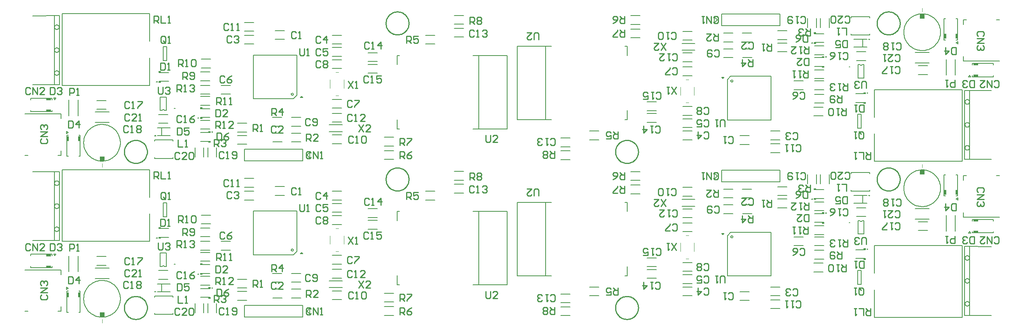
<source format=gto>
G04*
G04 #@! TF.GenerationSoftware,Altium Limited,Altium Designer,21.6.4 (81)*
G04*
G04 Layer_Color=65535*
%FSLAX25Y25*%
%MOIN*%
G70*
G04*
G04 #@! TF.SameCoordinates,3D6B76B5-807D-490A-A4E0-8169CAFFE717*
G04*
G04*
G04 #@! TF.FilePolarity,Positive*
G04*
G01*
G75*
%ADD29C,0.01000*%
%ADD49C,0.00500*%
%ADD50C,0.00787*%
%ADD51C,0.00400*%
%ADD52R,0.02000X0.01500*%
%ADD53R,0.03937X0.03937*%
%ADD54R,0.04000X0.02000*%
%ADD55R,0.02000X0.04000*%
%ADD56R,0.03937X0.03937*%
G54D29*
X509842Y11811D02*
X509893Y10815D01*
X510044Y9830D01*
X510294Y8864D01*
X510640Y7930D01*
X511079Y7034D01*
X511607Y6188D01*
X512217Y5400D01*
X512904Y4677D01*
X513660Y4028D01*
X514479Y3458D01*
X515350Y2974D01*
X516267Y2581D01*
X517218Y2283D01*
X518195Y2082D01*
X519186Y1981D01*
X520184D01*
X521175Y2082D01*
X522152Y2283D01*
X523103Y2581D01*
X524020Y2974D01*
X524891Y3458D01*
X525710Y4028D01*
X526466Y4677D01*
X527153Y5400D01*
X527763Y6188D01*
X528291Y7034D01*
X528730Y7930D01*
X529076Y8865D01*
X529326Y9830D01*
X529477Y10815D01*
X529528Y11811D01*
X529477Y12807D01*
X529326Y13792D01*
X529076Y14758D01*
X528730Y15692D01*
X528291Y16588D01*
X527763Y17434D01*
X527153Y18222D01*
X526466Y18945D01*
X525710Y19594D01*
X524891Y20164D01*
X524020Y20648D01*
X523103Y21041D01*
X522152Y21339D01*
X521175Y21540D01*
X520184Y21641D01*
X519186Y21641D01*
X518195Y21540D01*
X517218Y21339D01*
X516267Y21041D01*
X515350Y20648D01*
X514479Y20164D01*
X513660Y19594D01*
X512904Y18945D01*
X512217Y18222D01*
X511607Y17434D01*
X511079Y16588D01*
X510640Y15692D01*
X510294Y14758D01*
X510044Y13792D01*
X509893Y12807D01*
X509842Y11811D01*
X734252Y122047D02*
X734303Y121052D01*
X734453Y120066D01*
X734703Y119101D01*
X735050Y118166D01*
X735489Y117271D01*
X736016Y116425D01*
X736626Y115636D01*
X737313Y114913D01*
X738070Y114264D01*
X738888Y113695D01*
X739760Y113211D01*
X740676Y112817D01*
X741627Y112519D01*
X742604Y112318D01*
X743596Y112217D01*
X744593D01*
X745585Y112318D01*
X746561Y112519D01*
X747513Y112817D01*
X748429Y113211D01*
X749301Y113695D01*
X750119Y114264D01*
X750876Y114913D01*
X751563Y115636D01*
X752173Y116425D01*
X752700Y117271D01*
X753139Y118166D01*
X753486Y119101D01*
X753735Y120066D01*
X753887Y121052D01*
X753937Y122047D01*
X753887Y123043D01*
X753735Y124029D01*
X753486Y124994D01*
X753139Y125929D01*
X752700Y126824D01*
X752173Y127670D01*
X751563Y128458D01*
X750876Y129181D01*
X750119Y129831D01*
X749301Y130400D01*
X748429Y130884D01*
X747513Y131277D01*
X746561Y131576D01*
X745585Y131776D01*
X744593Y131877D01*
X743596Y131877D01*
X742604Y131776D01*
X741627Y131576D01*
X740676Y131277D01*
X739760Y130884D01*
X738888Y130400D01*
X738070Y129830D01*
X737313Y129181D01*
X736626Y128458D01*
X736016Y127670D01*
X735489Y126824D01*
X735050Y125929D01*
X734703Y124994D01*
X734453Y124029D01*
X734303Y123043D01*
X734252Y122047D01*
X517518Y116357D02*
Y110359D01*
X514519D01*
X513519Y111359D01*
Y113358D01*
X514519Y114358D01*
X517518D01*
X515519D02*
X513519Y116357D01*
X511520Y110359D02*
X507521D01*
Y111359D01*
X511520Y115358D01*
Y116357D01*
X553018Y98859D02*
X549019Y104857D01*
Y98859D02*
X553018Y104857D01*
X543021D02*
X547020D01*
X543021Y100859D01*
Y99859D01*
X544021Y98859D01*
X546020D01*
X547020Y99859D01*
X562018Y61359D02*
X558020Y67357D01*
Y61359D02*
X562018Y67357D01*
X556020D02*
X554021D01*
X555021D01*
Y61359D01*
X556020Y62359D01*
X725018Y66359D02*
Y71358D01*
X724018Y72357D01*
X722019D01*
X721019Y71358D01*
Y66359D01*
X719020Y67359D02*
X718020Y66359D01*
X716021D01*
X715021Y67359D01*
Y68359D01*
X716021Y69358D01*
X717021D01*
X716021D01*
X715021Y70358D01*
Y71358D01*
X716021Y72357D01*
X718020D01*
X719020Y71358D01*
X444018Y107859D02*
Y112858D01*
X443018Y113857D01*
X441019D01*
X440019Y112858D01*
Y107859D01*
X434021Y113857D02*
X438020D01*
X434021Y109859D01*
Y108859D01*
X435021Y107859D01*
X437020D01*
X438020Y108859D01*
X603518Y33359D02*
Y38358D01*
X602519Y39357D01*
X600519D01*
X599520Y38358D01*
Y33359D01*
X597520Y39357D02*
X595521D01*
X596521D01*
Y33359D01*
X597520Y34359D01*
X728517Y11357D02*
Y5359D01*
X725518D01*
X724519Y6359D01*
Y8358D01*
X725518Y9358D01*
X728517D01*
X726518D02*
X724519Y11357D01*
X722519Y5359D02*
Y11357D01*
X718521D01*
X716521D02*
X714522D01*
X715522D01*
Y5359D01*
X716521Y6359D01*
X709017Y70357D02*
Y64359D01*
X706018D01*
X705019Y65359D01*
Y67358D01*
X706018Y68358D01*
X709017D01*
X707018D02*
X705019Y70357D01*
X703019D02*
X701020D01*
X702020D01*
Y64359D01*
X703019Y65359D01*
X698021D02*
X697021Y64359D01*
X695022D01*
X694022Y65359D01*
Y66359D01*
X695022Y67358D01*
X696022D01*
X695022D01*
X694022Y68358D01*
Y69358D01*
X695022Y70357D01*
X697021D01*
X698021Y69358D01*
X675517Y101857D02*
Y95859D01*
X672518D01*
X671519Y96859D01*
Y98858D01*
X672518Y99858D01*
X675517D01*
X673518D02*
X671519Y101857D01*
X669519D02*
X667520D01*
X668519D01*
Y95859D01*
X669519Y96859D01*
X660522Y101857D02*
X664521D01*
X660522Y97859D01*
Y96859D01*
X661522Y95859D01*
X663521D01*
X664521Y96859D01*
X675018Y81357D02*
Y75359D01*
X672018D01*
X671019Y76359D01*
Y78358D01*
X672018Y79358D01*
X675018D01*
X673018D02*
X671019Y81357D01*
X669020D02*
X667020D01*
X668020D01*
Y75359D01*
X669020Y76359D01*
X664021Y81357D02*
X662022D01*
X663022D01*
Y75359D01*
X664021Y76359D01*
X707577Y48857D02*
Y42859D01*
X704578D01*
X703579Y43859D01*
Y45858D01*
X704578Y46858D01*
X707577D01*
X705578D02*
X703579Y48857D01*
X701579D02*
X699580D01*
X700580D01*
Y42859D01*
X701579Y43859D01*
X696581D02*
X695581Y42859D01*
X693582D01*
X692582Y43859D01*
Y47858D01*
X693582Y48857D01*
X695581D01*
X696581Y47858D01*
Y43859D01*
X704018Y59857D02*
Y53859D01*
X701019D01*
X700019Y54859D01*
Y56858D01*
X701019Y57858D01*
X704018D01*
X702019D02*
X700019Y59857D01*
X698020Y58858D02*
X697020Y59857D01*
X695021D01*
X694021Y58858D01*
Y54859D01*
X695021Y53859D01*
X697020D01*
X698020Y54859D01*
Y55859D01*
X697020Y56858D01*
X694021D01*
X457518Y12357D02*
Y6359D01*
X454519D01*
X453519Y7359D01*
Y9358D01*
X454519Y10358D01*
X457518D01*
X455519D02*
X453519Y12357D01*
X451520Y7359D02*
X450520Y6359D01*
X448521D01*
X447521Y7359D01*
Y8359D01*
X448521Y9358D01*
X447521Y10358D01*
Y11358D01*
X448521Y12357D01*
X450520D01*
X451520Y11358D01*
Y10358D01*
X450520Y9358D01*
X451520Y8359D01*
Y7359D01*
X450520Y9358D02*
X448521D01*
X517518Y127857D02*
Y121859D01*
X514519D01*
X513519Y122859D01*
Y124858D01*
X514519Y125858D01*
X517518D01*
X515519D02*
X513519Y127857D01*
X507521Y121859D02*
X509521Y122859D01*
X511520Y124858D01*
Y126858D01*
X510520Y127857D01*
X508521D01*
X507521Y126858D01*
Y125858D01*
X508521Y124858D01*
X511520D01*
X512018Y28857D02*
Y22859D01*
X509019D01*
X508019Y23859D01*
Y25858D01*
X509019Y26858D01*
X512018D01*
X510019D02*
X508019Y28857D01*
X502021Y22859D02*
X506020D01*
Y25858D01*
X504021Y24859D01*
X503021D01*
X502021Y25858D01*
Y27858D01*
X503021Y28857D01*
X505020D01*
X506020Y27858D01*
X627518Y90857D02*
Y84859D01*
X624519D01*
X623519Y85859D01*
Y87858D01*
X624519Y88858D01*
X627518D01*
X625519D02*
X623519Y90857D01*
X618521D02*
Y84859D01*
X621520Y87858D01*
X617521D01*
X677018Y117357D02*
Y111359D01*
X674019D01*
X673019Y112359D01*
Y114358D01*
X674019Y115358D01*
X677018D01*
X675019D02*
X673019Y117357D01*
X671020Y112359D02*
X670020Y111359D01*
X668021D01*
X667021Y112359D01*
Y113359D01*
X668021Y114358D01*
X669021D01*
X668021D01*
X667021Y115358D01*
Y116358D01*
X668021Y117357D01*
X670020D01*
X671020Y116358D01*
X598018Y112857D02*
Y106859D01*
X595019D01*
X594019Y107859D01*
Y109858D01*
X595019Y110858D01*
X598018D01*
X596019D02*
X594019Y112857D01*
X588021D02*
X592020D01*
X588021Y108859D01*
Y107859D01*
X589021Y106859D01*
X591020D01*
X592020Y107859D01*
X643518Y104357D02*
Y98359D01*
X640519D01*
X639520Y99359D01*
Y101358D01*
X640519Y102358D01*
X643518D01*
X641519D02*
X639520Y104357D01*
X637520D02*
X635521D01*
X636521D01*
Y98359D01*
X637520Y99359D01*
X718520Y27858D02*
Y23859D01*
X719519Y22859D01*
X721519D01*
X722518Y23859D01*
Y27858D01*
X721519Y28857D01*
X719519D01*
X720519Y26858D02*
X718520Y28857D01*
X719519D02*
X718520Y27858D01*
X716520Y28857D02*
X714521D01*
X715521D01*
Y22859D01*
X716520Y23859D01*
X801018Y73357D02*
Y67359D01*
X798019D01*
X797020Y68359D01*
Y70358D01*
X798019Y71358D01*
X801018D01*
X795020Y73357D02*
X793021D01*
X794021D01*
Y67359D01*
X795020Y68359D01*
X708018Y111859D02*
Y117857D01*
X704020D01*
X702020D02*
X700021D01*
X701021D01*
Y111859D01*
X702020Y112859D01*
X674518Y105859D02*
Y111857D01*
X671519D01*
X670519Y110858D01*
Y106859D01*
X671519Y105859D01*
X674518D01*
X664521D02*
X666521Y106859D01*
X668520Y108858D01*
Y110858D01*
X667520Y111857D01*
X665521D01*
X664521Y110858D01*
Y109858D01*
X665521Y108858D01*
X668520D01*
X708518Y101359D02*
Y107357D01*
X705519D01*
X704519Y106358D01*
Y102359D01*
X705519Y101359D01*
X708518D01*
X698521D02*
X702520D01*
Y104358D01*
X700521Y103359D01*
X699521D01*
X698521Y104358D01*
Y106358D01*
X699521Y107357D01*
X701520D01*
X702520Y106358D01*
X802018Y95359D02*
Y101357D01*
X799019D01*
X798019Y100358D01*
Y96359D01*
X799019Y95359D01*
X802018D01*
X793021Y101357D02*
Y95359D01*
X796020Y98358D01*
X792021D01*
X817518Y66859D02*
Y72857D01*
X814519D01*
X813519Y71858D01*
Y67859D01*
X814519Y66859D01*
X817518D01*
X811520Y67859D02*
X810520Y66859D01*
X808521D01*
X807521Y67859D01*
Y68859D01*
X808521Y69858D01*
X809521D01*
X808521D01*
X807521Y70858D01*
Y71858D01*
X808521Y72857D01*
X810520D01*
X811520Y71858D01*
X675518Y85859D02*
Y91857D01*
X672519D01*
X671519Y90858D01*
Y86859D01*
X672519Y85859D01*
X675518D01*
X665521Y91857D02*
X669520D01*
X665521Y87859D01*
Y86859D01*
X666521Y85859D01*
X668520D01*
X669520Y86859D01*
X723018Y45859D02*
Y51857D01*
X720019D01*
X719020Y50858D01*
Y46859D01*
X720019Y45859D01*
X723018D01*
X717020Y51857D02*
X715021D01*
X716021D01*
Y45859D01*
X717020Y46859D01*
X825019Y110857D02*
X826019Y111857D01*
Y113856D01*
X825019Y114856D01*
X821020D01*
X820021Y113856D01*
Y111857D01*
X821020Y110857D01*
X820021Y108858D02*
X826019D01*
X820021Y104859D01*
X826019D01*
X825019Y102860D02*
X826019Y101860D01*
Y99861D01*
X825019Y98861D01*
X824019D01*
X823020Y99861D01*
Y100860D01*
Y99861D01*
X822020Y98861D01*
X821020D01*
X820021Y99861D01*
Y101860D01*
X821020Y102860D01*
X834518Y67859D02*
X835518Y66859D01*
X837517D01*
X838517Y67859D01*
Y71858D01*
X837517Y72857D01*
X835518D01*
X834518Y71858D01*
X832519Y72857D02*
Y66859D01*
X828520Y72857D01*
Y66859D01*
X822522Y72857D02*
X826521D01*
X822522Y68859D01*
Y67859D01*
X823522Y66859D01*
X825521D01*
X826521Y67859D01*
X594019Y122859D02*
X595018Y121859D01*
X597018D01*
X598017Y122859D01*
Y126858D01*
X597018Y127857D01*
X595018D01*
X594019Y126858D01*
X592019Y127857D02*
Y121859D01*
X588021Y127857D01*
Y121859D01*
X586021Y127857D02*
X584022D01*
X585022D01*
Y121859D01*
X586021Y122859D01*
X749519Y90359D02*
X750518Y89359D01*
X752518D01*
X753517Y90359D01*
Y94358D01*
X752518Y95357D01*
X750518D01*
X749519Y94358D01*
X743521Y95357D02*
X747519D01*
X743521Y91359D01*
Y90359D01*
X744520Y89359D01*
X746520D01*
X747519Y90359D01*
X741521Y95357D02*
X739522D01*
X740522D01*
Y89359D01*
X741521Y90359D01*
X706518Y123359D02*
X707518Y122359D01*
X709517D01*
X710517Y123359D01*
Y127358D01*
X709517Y128357D01*
X707518D01*
X706518Y127358D01*
X700520Y128357D02*
X704519D01*
X700520Y124359D01*
Y123359D01*
X701520Y122359D01*
X703519D01*
X704519Y123359D01*
X698521D02*
X697521Y122359D01*
X695522D01*
X694522Y123359D01*
Y127358D01*
X695522Y128357D01*
X697521D01*
X698521Y127358D01*
Y123359D01*
X668518Y122859D02*
X669518Y121859D01*
X671518D01*
X672517Y122859D01*
Y126858D01*
X671518Y127857D01*
X669518D01*
X668518Y126858D01*
X666519Y127857D02*
X664520D01*
X665520D01*
Y121859D01*
X666519Y122859D01*
X661521Y126858D02*
X660521Y127857D01*
X658522D01*
X657522Y126858D01*
Y122859D01*
X658522Y121859D01*
X660521D01*
X661521Y122859D01*
Y123859D01*
X660521Y124858D01*
X657522D01*
X750519Y100359D02*
X751518Y99359D01*
X753518D01*
X754517Y100359D01*
Y104358D01*
X753518Y105357D01*
X751518D01*
X750519Y104358D01*
X748519Y105357D02*
X746520D01*
X747519D01*
Y99359D01*
X748519Y100359D01*
X743521D02*
X742521Y99359D01*
X740522D01*
X739522Y100359D01*
Y101359D01*
X740522Y102358D01*
X739522Y103358D01*
Y104358D01*
X740522Y105357D01*
X742521D01*
X743521Y104358D01*
Y103358D01*
X742521Y102358D01*
X743521Y101359D01*
Y100359D01*
X742521Y102358D02*
X740522D01*
X749518Y79859D02*
X750518Y78859D01*
X752518D01*
X753517Y79859D01*
Y83858D01*
X752518Y84857D01*
X750518D01*
X749518Y83858D01*
X747519Y84857D02*
X745520D01*
X746520D01*
Y78859D01*
X747519Y79859D01*
X742521Y78859D02*
X738522D01*
Y79859D01*
X742521Y83858D01*
Y84857D01*
X705019Y91859D02*
X706018Y90859D01*
X708018D01*
X709017Y91859D01*
Y95858D01*
X708018Y96857D01*
X706018D01*
X705019Y95858D01*
X703019Y96857D02*
X701020D01*
X702020D01*
Y90859D01*
X703019Y91859D01*
X694022Y90859D02*
X696022Y91859D01*
X698021Y93858D01*
Y95858D01*
X697021Y96857D01*
X695022D01*
X694022Y95858D01*
Y94858D01*
X695022Y93858D01*
X698021D01*
X544519Y57859D02*
X545518Y56859D01*
X547518D01*
X548517Y57859D01*
Y61858D01*
X547518Y62857D01*
X545518D01*
X544519Y61858D01*
X542519Y62857D02*
X540520D01*
X541519D01*
Y56859D01*
X542519Y57859D01*
X533522Y56859D02*
X537521D01*
Y59858D01*
X535522Y58859D01*
X534522D01*
X533522Y59858D01*
Y61858D01*
X534522Y62857D01*
X536521D01*
X537521Y61858D01*
X544019Y28859D02*
X545018Y27859D01*
X547018D01*
X548017Y28859D01*
Y32858D01*
X547018Y33857D01*
X545018D01*
X544019Y32858D01*
X542019Y33857D02*
X540020D01*
X541019D01*
Y27859D01*
X542019Y28859D01*
X534022Y33857D02*
Y27859D01*
X537021Y30858D01*
X533022D01*
X454018Y18359D02*
X455018Y17359D01*
X457018D01*
X458017Y18359D01*
Y22358D01*
X457018Y23357D01*
X455018D01*
X454018Y22358D01*
X452019Y23357D02*
X450020D01*
X451019D01*
Y17359D01*
X452019Y18359D01*
X447021D02*
X446021Y17359D01*
X444022D01*
X443022Y18359D01*
Y19359D01*
X444022Y20358D01*
X445021D01*
X444022D01*
X443022Y21358D01*
Y22358D01*
X444022Y23357D01*
X446021D01*
X447021Y22358D01*
X558519Y90859D02*
X559518Y89859D01*
X561518D01*
X562517Y90859D01*
Y94858D01*
X561518Y95857D01*
X559518D01*
X558519Y94858D01*
X556519Y95857D02*
X554520D01*
X555519D01*
Y89859D01*
X556519Y90859D01*
X547522Y95857D02*
X551521D01*
X547522Y91859D01*
Y90859D01*
X548522Y89859D01*
X550521D01*
X551521Y90859D01*
X664519Y12859D02*
X665519Y11859D01*
X667518D01*
X668518Y12859D01*
Y16858D01*
X667518Y17857D01*
X665519D01*
X664519Y16858D01*
X662520Y17857D02*
X660520D01*
X661520D01*
Y11859D01*
X662520Y12859D01*
X657521Y17857D02*
X655522D01*
X656522D01*
Y11859D01*
X657521Y12859D01*
X557518Y109359D02*
X558518Y108359D01*
X560518D01*
X561517Y109359D01*
Y113358D01*
X560518Y114357D01*
X558518D01*
X557518Y113358D01*
X555519Y114357D02*
X553520D01*
X554520D01*
Y108359D01*
X555519Y109359D01*
X550521D02*
X549521Y108359D01*
X547522D01*
X546522Y109359D01*
Y113358D01*
X547522Y114357D01*
X549521D01*
X550521Y113358D01*
Y109359D01*
X594519Y94359D02*
X595519Y93359D01*
X597518D01*
X598518Y94359D01*
Y98358D01*
X597518Y99357D01*
X595519D01*
X594519Y98358D01*
X592520D02*
X591520Y99357D01*
X589521D01*
X588521Y98358D01*
Y94359D01*
X589521Y93359D01*
X591520D01*
X592520Y94359D01*
Y95359D01*
X591520Y96358D01*
X588521D01*
X585519Y44859D02*
X586519Y43859D01*
X588518D01*
X589518Y44859D01*
Y48858D01*
X588518Y49857D01*
X586519D01*
X585519Y48858D01*
X583520Y44859D02*
X582520Y43859D01*
X580521D01*
X579521Y44859D01*
Y45859D01*
X580521Y46858D01*
X579521Y47858D01*
Y48858D01*
X580521Y49857D01*
X582520D01*
X583520Y48858D01*
Y47858D01*
X582520Y46858D01*
X583520Y45859D01*
Y44859D01*
X582520Y46858D02*
X580521D01*
X558519Y78859D02*
X559519Y77859D01*
X561518D01*
X562518Y78859D01*
Y82858D01*
X561518Y83857D01*
X559519D01*
X558519Y82858D01*
X556520Y77859D02*
X552521D01*
Y78859D01*
X556520Y82858D01*
Y83857D01*
X668019Y57859D02*
X669019Y56859D01*
X671018D01*
X672018Y57859D01*
Y61858D01*
X671018Y62857D01*
X669019D01*
X668019Y61858D01*
X662021Y56859D02*
X664021Y57859D01*
X666020Y59858D01*
Y61858D01*
X665020Y62857D01*
X663021D01*
X662021Y61858D01*
Y60858D01*
X663021Y59858D01*
X666020D01*
X585519Y34359D02*
X586519Y33359D01*
X588518D01*
X589518Y34359D01*
Y38358D01*
X588518Y39357D01*
X586519D01*
X585519Y38358D01*
X579521Y33359D02*
X583520D01*
Y36358D01*
X581521Y35359D01*
X580521D01*
X579521Y36358D01*
Y38358D01*
X580521Y39357D01*
X582520D01*
X583520Y38358D01*
X585519Y23859D02*
X586519Y22859D01*
X588518D01*
X589518Y23859D01*
Y27858D01*
X588518Y28857D01*
X586519D01*
X585519Y27858D01*
X580521Y28857D02*
Y22859D01*
X583520Y25858D01*
X579521D01*
X662019Y23359D02*
X663019Y22359D01*
X665018D01*
X666018Y23359D01*
Y27358D01*
X665018Y28357D01*
X663019D01*
X662019Y27358D01*
X660020Y23359D02*
X659020Y22359D01*
X657021D01*
X656021Y23359D01*
Y24359D01*
X657021Y25358D01*
X658021D01*
X657021D01*
X656021Y26358D01*
Y27358D01*
X657021Y28357D01*
X659020D01*
X660020Y27358D01*
X624019Y100859D02*
X625019Y99859D01*
X627018D01*
X628018Y100859D01*
Y104858D01*
X627018Y105857D01*
X625019D01*
X624019Y104858D01*
X618021Y105857D02*
X622020D01*
X618021Y101859D01*
Y100859D01*
X619021Y99859D01*
X621020D01*
X622020Y100859D01*
X606520Y19859D02*
X607519Y18859D01*
X609519D01*
X610518Y19859D01*
Y23858D01*
X609519Y24857D01*
X607519D01*
X606520Y23858D01*
X604520Y24857D02*
X602521D01*
X603521D01*
Y18859D01*
X604520Y19859D01*
X509842Y145669D02*
X509893Y144674D01*
X510044Y143688D01*
X510294Y142723D01*
X510640Y141788D01*
X511079Y140893D01*
X511607Y140047D01*
X512217Y139258D01*
X512904Y138535D01*
X513660Y137886D01*
X514479Y137317D01*
X515350Y136833D01*
X516267Y136439D01*
X517218Y136141D01*
X518195Y135940D01*
X519186Y135839D01*
X520184D01*
X521175Y135940D01*
X522152Y136141D01*
X523103Y136440D01*
X524020Y136833D01*
X524891Y137317D01*
X525710Y137886D01*
X526466Y138535D01*
X527153Y139258D01*
X527763Y140047D01*
X528291Y140893D01*
X528730Y141788D01*
X529076Y142723D01*
X529326Y143688D01*
X529477Y144674D01*
X529528Y145669D01*
X529477Y146665D01*
X529326Y147651D01*
X529076Y148616D01*
X528730Y149551D01*
X528291Y150446D01*
X527763Y151292D01*
X527153Y152081D01*
X526466Y152803D01*
X525710Y153453D01*
X524891Y154022D01*
X524020Y154506D01*
X523103Y154899D01*
X522152Y155198D01*
X521175Y155398D01*
X520184Y155499D01*
X519186Y155499D01*
X518195Y155398D01*
X517218Y155198D01*
X516267Y154899D01*
X515350Y154506D01*
X514479Y154022D01*
X513660Y153453D01*
X512904Y152803D01*
X512217Y152080D01*
X511607Y151292D01*
X511079Y150446D01*
X510640Y149551D01*
X510294Y148616D01*
X510044Y147651D01*
X509893Y146665D01*
X509842Y145669D01*
X734252Y255906D02*
X734303Y254910D01*
X734453Y253924D01*
X734703Y252959D01*
X735050Y252024D01*
X735489Y251129D01*
X736016Y250283D01*
X736626Y249494D01*
X737313Y248772D01*
X738070Y248122D01*
X738888Y247553D01*
X739760Y247069D01*
X740676Y246676D01*
X741627Y246377D01*
X742604Y246177D01*
X743596Y246076D01*
X744593D01*
X745585Y246177D01*
X746561Y246377D01*
X747513Y246676D01*
X748429Y247069D01*
X749301Y247553D01*
X750119Y248122D01*
X750876Y248772D01*
X751563Y249494D01*
X752173Y250283D01*
X752700Y251129D01*
X753139Y252024D01*
X753486Y252959D01*
X753735Y253924D01*
X753887Y254910D01*
X753937Y255906D01*
X753887Y256901D01*
X753735Y257887D01*
X753486Y258852D01*
X753139Y259787D01*
X752700Y260682D01*
X752173Y261528D01*
X751563Y262317D01*
X750876Y263039D01*
X750119Y263689D01*
X749301Y264258D01*
X748429Y264742D01*
X747513Y265135D01*
X746561Y265434D01*
X745585Y265634D01*
X744593Y265735D01*
X743596Y265735D01*
X742604Y265634D01*
X741627Y265434D01*
X740676Y265135D01*
X739760Y264742D01*
X738888Y264258D01*
X738070Y263689D01*
X737313Y263039D01*
X736626Y262317D01*
X736016Y261528D01*
X735489Y260682D01*
X735050Y259787D01*
X734703Y258852D01*
X734453Y257887D01*
X734303Y256901D01*
X734252Y255906D01*
X517518Y250216D02*
Y244217D01*
X514519D01*
X513519Y245217D01*
Y247217D01*
X514519Y248216D01*
X517518D01*
X515519D02*
X513519Y250216D01*
X511520Y244217D02*
X507521D01*
Y245217D01*
X511520Y249216D01*
Y250216D01*
X553018Y232717D02*
X549019Y238716D01*
Y232717D02*
X553018Y238716D01*
X543021D02*
X547020D01*
X543021Y234717D01*
Y233717D01*
X544021Y232717D01*
X546020D01*
X547020Y233717D01*
X562018Y195218D02*
X558020Y201216D01*
Y195218D02*
X562018Y201216D01*
X556020D02*
X554021D01*
X555021D01*
Y195218D01*
X556020Y196217D01*
X725018Y200218D02*
Y205216D01*
X724018Y206216D01*
X722019D01*
X721019Y205216D01*
Y200218D01*
X719020Y201217D02*
X718020Y200218D01*
X716021D01*
X715021Y201217D01*
Y202217D01*
X716021Y203217D01*
X717021D01*
X716021D01*
X715021Y204216D01*
Y205216D01*
X716021Y206216D01*
X718020D01*
X719020Y205216D01*
X444018Y241718D02*
Y246716D01*
X443018Y247716D01*
X441019D01*
X440019Y246716D01*
Y241718D01*
X434021Y247716D02*
X438020D01*
X434021Y243717D01*
Y242717D01*
X435021Y241718D01*
X437020D01*
X438020Y242717D01*
X603518Y167218D02*
Y172216D01*
X602519Y173216D01*
X600519D01*
X599520Y172216D01*
Y167218D01*
X597520Y173216D02*
X595521D01*
X596521D01*
Y167218D01*
X597520Y168217D01*
X728517Y145216D02*
Y139217D01*
X725518D01*
X724519Y140217D01*
Y142217D01*
X725518Y143216D01*
X728517D01*
X726518D02*
X724519Y145216D01*
X722519Y139217D02*
Y145216D01*
X718521D01*
X716521D02*
X714522D01*
X715522D01*
Y139217D01*
X716521Y140217D01*
X709017Y204216D02*
Y198217D01*
X706018D01*
X705019Y199217D01*
Y201217D01*
X706018Y202216D01*
X709017D01*
X707018D02*
X705019Y204216D01*
X703019D02*
X701020D01*
X702020D01*
Y198217D01*
X703019Y199217D01*
X698021D02*
X697021Y198217D01*
X695022D01*
X694022Y199217D01*
Y200217D01*
X695022Y201217D01*
X696022D01*
X695022D01*
X694022Y202216D01*
Y203216D01*
X695022Y204216D01*
X697021D01*
X698021Y203216D01*
X675517Y235716D02*
Y229717D01*
X672518D01*
X671519Y230717D01*
Y232716D01*
X672518Y233716D01*
X675517D01*
X673518D02*
X671519Y235716D01*
X669519D02*
X667520D01*
X668519D01*
Y229717D01*
X669519Y230717D01*
X660522Y235716D02*
X664521D01*
X660522Y231717D01*
Y230717D01*
X661522Y229717D01*
X663521D01*
X664521Y230717D01*
X675018Y215216D02*
Y209218D01*
X672018D01*
X671019Y210217D01*
Y212216D01*
X672018Y213216D01*
X675018D01*
X673018D02*
X671019Y215216D01*
X669020D02*
X667020D01*
X668020D01*
Y209218D01*
X669020Y210217D01*
X664021Y215216D02*
X662022D01*
X663022D01*
Y209218D01*
X664021Y210217D01*
X707577Y182716D02*
Y176717D01*
X704578D01*
X703579Y177717D01*
Y179717D01*
X704578Y180716D01*
X707577D01*
X705578D02*
X703579Y182716D01*
X701579D02*
X699580D01*
X700580D01*
Y176717D01*
X701579Y177717D01*
X696581D02*
X695581Y176717D01*
X693582D01*
X692582Y177717D01*
Y181716D01*
X693582Y182716D01*
X695581D01*
X696581Y181716D01*
Y177717D01*
X704018Y193716D02*
Y187717D01*
X701019D01*
X700019Y188717D01*
Y190717D01*
X701019Y191716D01*
X704018D01*
X702019D02*
X700019Y193716D01*
X698020Y192716D02*
X697020Y193716D01*
X695021D01*
X694021Y192716D01*
Y188717D01*
X695021Y187717D01*
X697020D01*
X698020Y188717D01*
Y189717D01*
X697020Y190717D01*
X694021D01*
X457518Y146216D02*
Y140217D01*
X454519D01*
X453519Y141217D01*
Y143217D01*
X454519Y144216D01*
X457518D01*
X455519D02*
X453519Y146216D01*
X451520Y141217D02*
X450520Y140217D01*
X448521D01*
X447521Y141217D01*
Y142217D01*
X448521Y143217D01*
X447521Y144216D01*
Y145216D01*
X448521Y146216D01*
X450520D01*
X451520Y145216D01*
Y144216D01*
X450520Y143217D01*
X451520Y142217D01*
Y141217D01*
X450520Y143217D02*
X448521D01*
X517518Y261716D02*
Y255717D01*
X514519D01*
X513519Y256717D01*
Y258717D01*
X514519Y259716D01*
X517518D01*
X515519D02*
X513519Y261716D01*
X507521Y255717D02*
X509521Y256717D01*
X511520Y258717D01*
Y260716D01*
X510520Y261716D01*
X508521D01*
X507521Y260716D01*
Y259716D01*
X508521Y258717D01*
X511520D01*
X512018Y162716D02*
Y156718D01*
X509019D01*
X508019Y157717D01*
Y159716D01*
X509019Y160716D01*
X512018D01*
X510019D02*
X508019Y162716D01*
X502021Y156718D02*
X506020D01*
Y159716D01*
X504021Y158717D01*
X503021D01*
X502021Y159716D01*
Y161716D01*
X503021Y162716D01*
X505020D01*
X506020Y161716D01*
X627518Y224716D02*
Y218718D01*
X624519D01*
X623519Y219717D01*
Y221716D01*
X624519Y222716D01*
X627518D01*
X625519D02*
X623519Y224716D01*
X618521D02*
Y218718D01*
X621520Y221716D01*
X617521D01*
X677018Y251216D02*
Y245217D01*
X674019D01*
X673019Y246217D01*
Y248217D01*
X674019Y249216D01*
X677018D01*
X675019D02*
X673019Y251216D01*
X671020Y246217D02*
X670020Y245217D01*
X668021D01*
X667021Y246217D01*
Y247217D01*
X668021Y248217D01*
X669021D01*
X668021D01*
X667021Y249216D01*
Y250216D01*
X668021Y251216D01*
X670020D01*
X671020Y250216D01*
X598018Y246716D02*
Y240718D01*
X595019D01*
X594019Y241717D01*
Y243717D01*
X595019Y244716D01*
X598018D01*
X596019D02*
X594019Y246716D01*
X588021D02*
X592020D01*
X588021Y242717D01*
Y241717D01*
X589021Y240718D01*
X591020D01*
X592020Y241717D01*
X643518Y238216D02*
Y232218D01*
X640519D01*
X639520Y233217D01*
Y235216D01*
X640519Y236216D01*
X643518D01*
X641519D02*
X639520Y238216D01*
X637520D02*
X635521D01*
X636521D01*
Y232218D01*
X637520Y233217D01*
X718520Y161716D02*
Y157717D01*
X719519Y156718D01*
X721519D01*
X722518Y157717D01*
Y161716D01*
X721519Y162716D01*
X719519D01*
X720519Y160716D02*
X718520Y162716D01*
X719519D02*
X718520Y161716D01*
X716520Y162716D02*
X714521D01*
X715521D01*
Y156718D01*
X716520Y157717D01*
X801018Y207216D02*
Y201218D01*
X798019D01*
X797020Y202217D01*
Y204217D01*
X798019Y205216D01*
X801018D01*
X795020Y207216D02*
X793021D01*
X794021D01*
Y201218D01*
X795020Y202217D01*
X708018Y245718D02*
Y251716D01*
X704020D01*
X702020D02*
X700021D01*
X701021D01*
Y245718D01*
X702020Y246717D01*
X674518Y239718D02*
Y245716D01*
X671519D01*
X670519Y244716D01*
Y240717D01*
X671519Y239718D01*
X674518D01*
X664521D02*
X666521Y240717D01*
X668520Y242717D01*
Y244716D01*
X667520Y245716D01*
X665521D01*
X664521Y244716D01*
Y243716D01*
X665521Y242717D01*
X668520D01*
X708518Y235217D02*
Y241216D01*
X705519D01*
X704519Y240216D01*
Y236217D01*
X705519Y235217D01*
X708518D01*
X698521D02*
X702520D01*
Y238216D01*
X700521Y237217D01*
X699521D01*
X698521Y238216D01*
Y240216D01*
X699521Y241216D01*
X701520D01*
X702520Y240216D01*
X802018Y229218D02*
Y235216D01*
X799019D01*
X798019Y234216D01*
Y230217D01*
X799019Y229218D01*
X802018D01*
X793021Y235216D02*
Y229218D01*
X796020Y232217D01*
X792021D01*
X817518Y200717D02*
Y206716D01*
X814519D01*
X813519Y205716D01*
Y201717D01*
X814519Y200717D01*
X817518D01*
X811520Y201717D02*
X810520Y200717D01*
X808521D01*
X807521Y201717D01*
Y202717D01*
X808521Y203716D01*
X809521D01*
X808521D01*
X807521Y204716D01*
Y205716D01*
X808521Y206716D01*
X810520D01*
X811520Y205716D01*
X675518Y219718D02*
Y225716D01*
X672519D01*
X671519Y224716D01*
Y220717D01*
X672519Y219718D01*
X675518D01*
X665521Y225716D02*
X669520D01*
X665521Y221717D01*
Y220717D01*
X666521Y219718D01*
X668520D01*
X669520Y220717D01*
X723018Y179718D02*
Y185716D01*
X720019D01*
X719020Y184716D01*
Y180717D01*
X720019Y179718D01*
X723018D01*
X717020Y185716D02*
X715021D01*
X716021D01*
Y179718D01*
X717020Y180717D01*
X825019Y244715D02*
X826019Y245715D01*
Y247714D01*
X825019Y248714D01*
X821020D01*
X820021Y247714D01*
Y245715D01*
X821020Y244715D01*
X820021Y242716D02*
X826019D01*
X820021Y238717D01*
X826019D01*
X825019Y236718D02*
X826019Y235718D01*
Y233719D01*
X825019Y232719D01*
X824019D01*
X823020Y233719D01*
Y234718D01*
Y233719D01*
X822020Y232719D01*
X821020D01*
X820021Y233719D01*
Y235718D01*
X821020Y236718D01*
X834518Y201717D02*
X835518Y200717D01*
X837517D01*
X838517Y201717D01*
Y205716D01*
X837517Y206716D01*
X835518D01*
X834518Y205716D01*
X832519Y206716D02*
Y200717D01*
X828520Y206716D01*
Y200717D01*
X822522Y206716D02*
X826521D01*
X822522Y202717D01*
Y201717D01*
X823522Y200717D01*
X825521D01*
X826521Y201717D01*
X594019Y256717D02*
X595018Y255717D01*
X597018D01*
X598017Y256717D01*
Y260716D01*
X597018Y261716D01*
X595018D01*
X594019Y260716D01*
X592019Y261716D02*
Y255717D01*
X588021Y261716D01*
Y255717D01*
X586021Y261716D02*
X584022D01*
X585022D01*
Y255717D01*
X586021Y256717D01*
X749519Y224217D02*
X750518Y223218D01*
X752518D01*
X753517Y224217D01*
Y228216D01*
X752518Y229216D01*
X750518D01*
X749519Y228216D01*
X743521Y229216D02*
X747519D01*
X743521Y225217D01*
Y224217D01*
X744520Y223218D01*
X746520D01*
X747519Y224217D01*
X741521Y229216D02*
X739522D01*
X740522D01*
Y223218D01*
X741521Y224217D01*
X706518Y257217D02*
X707518Y256218D01*
X709517D01*
X710517Y257217D01*
Y261216D01*
X709517Y262216D01*
X707518D01*
X706518Y261216D01*
X700520Y262216D02*
X704519D01*
X700520Y258217D01*
Y257217D01*
X701520Y256218D01*
X703519D01*
X704519Y257217D01*
X698521D02*
X697521Y256218D01*
X695522D01*
X694522Y257217D01*
Y261216D01*
X695522Y262216D01*
X697521D01*
X698521Y261216D01*
Y257217D01*
X668518Y256717D02*
X669518Y255717D01*
X671518D01*
X672517Y256717D01*
Y260716D01*
X671518Y261716D01*
X669518D01*
X668518Y260716D01*
X666519Y261716D02*
X664520D01*
X665520D01*
Y255717D01*
X666519Y256717D01*
X661521Y260716D02*
X660521Y261716D01*
X658522D01*
X657522Y260716D01*
Y256717D01*
X658522Y255717D01*
X660521D01*
X661521Y256717D01*
Y257717D01*
X660521Y258717D01*
X657522D01*
X750519Y234217D02*
X751518Y233218D01*
X753518D01*
X754517Y234217D01*
Y238216D01*
X753518Y239216D01*
X751518D01*
X750519Y238216D01*
X748519Y239216D02*
X746520D01*
X747519D01*
Y233218D01*
X748519Y234217D01*
X743521D02*
X742521Y233218D01*
X740522D01*
X739522Y234217D01*
Y235217D01*
X740522Y236216D01*
X739522Y237216D01*
Y238216D01*
X740522Y239216D01*
X742521D01*
X743521Y238216D01*
Y237216D01*
X742521Y236216D01*
X743521Y235217D01*
Y234217D01*
X742521Y236216D02*
X740522D01*
X749518Y213717D02*
X750518Y212718D01*
X752518D01*
X753517Y213717D01*
Y217716D01*
X752518Y218716D01*
X750518D01*
X749518Y217716D01*
X747519Y218716D02*
X745520D01*
X746520D01*
Y212718D01*
X747519Y213717D01*
X742521Y212718D02*
X738522D01*
Y213717D01*
X742521Y217716D01*
Y218716D01*
X705019Y225717D02*
X706018Y224717D01*
X708018D01*
X709017Y225717D01*
Y229716D01*
X708018Y230716D01*
X706018D01*
X705019Y229716D01*
X703019Y230716D02*
X701020D01*
X702020D01*
Y224717D01*
X703019Y225717D01*
X694022Y224717D02*
X696022Y225717D01*
X698021Y227716D01*
Y229716D01*
X697021Y230716D01*
X695022D01*
X694022Y229716D01*
Y228716D01*
X695022Y227716D01*
X698021D01*
X544519Y191717D02*
X545518Y190717D01*
X547518D01*
X548517Y191717D01*
Y195716D01*
X547518Y196716D01*
X545518D01*
X544519Y195716D01*
X542519Y196716D02*
X540520D01*
X541519D01*
Y190717D01*
X542519Y191717D01*
X533522Y190717D02*
X537521D01*
Y193717D01*
X535522Y192717D01*
X534522D01*
X533522Y193717D01*
Y195716D01*
X534522Y196716D01*
X536521D01*
X537521Y195716D01*
X544019Y162717D02*
X545018Y161717D01*
X547018D01*
X548017Y162717D01*
Y166716D01*
X547018Y167716D01*
X545018D01*
X544019Y166716D01*
X542019Y167716D02*
X540020D01*
X541019D01*
Y161717D01*
X542019Y162717D01*
X534022Y167716D02*
Y161717D01*
X537021Y164716D01*
X533022D01*
X454018Y152217D02*
X455018Y151217D01*
X457018D01*
X458017Y152217D01*
Y156216D01*
X457018Y157216D01*
X455018D01*
X454018Y156216D01*
X452019Y157216D02*
X450020D01*
X451019D01*
Y151217D01*
X452019Y152217D01*
X447021D02*
X446021Y151217D01*
X444022D01*
X443022Y152217D01*
Y153217D01*
X444022Y154217D01*
X445021D01*
X444022D01*
X443022Y155216D01*
Y156216D01*
X444022Y157216D01*
X446021D01*
X447021Y156216D01*
X558519Y224717D02*
X559518Y223717D01*
X561518D01*
X562517Y224717D01*
Y228716D01*
X561518Y229716D01*
X559518D01*
X558519Y228716D01*
X556519Y229716D02*
X554520D01*
X555519D01*
Y223717D01*
X556519Y224717D01*
X547522Y229716D02*
X551521D01*
X547522Y225717D01*
Y224717D01*
X548522Y223717D01*
X550521D01*
X551521Y224717D01*
X664519Y146717D02*
X665519Y145718D01*
X667518D01*
X668518Y146717D01*
Y150716D01*
X667518Y151716D01*
X665519D01*
X664519Y150716D01*
X662520Y151716D02*
X660520D01*
X661520D01*
Y145718D01*
X662520Y146717D01*
X657521Y151716D02*
X655522D01*
X656522D01*
Y145718D01*
X657521Y146717D01*
X557518Y243217D02*
X558518Y242217D01*
X560518D01*
X561517Y243217D01*
Y247216D01*
X560518Y248216D01*
X558518D01*
X557518Y247216D01*
X555519Y248216D02*
X553520D01*
X554520D01*
Y242217D01*
X555519Y243217D01*
X550521D02*
X549521Y242217D01*
X547522D01*
X546522Y243217D01*
Y247216D01*
X547522Y248216D01*
X549521D01*
X550521Y247216D01*
Y243217D01*
X594519Y228217D02*
X595519Y227218D01*
X597518D01*
X598518Y228217D01*
Y232216D01*
X597518Y233216D01*
X595519D01*
X594519Y232216D01*
X592520D02*
X591520Y233216D01*
X589521D01*
X588521Y232216D01*
Y228217D01*
X589521Y227218D01*
X591520D01*
X592520Y228217D01*
Y229217D01*
X591520Y230217D01*
X588521D01*
X585519Y178717D02*
X586519Y177717D01*
X588518D01*
X589518Y178717D01*
Y182716D01*
X588518Y183716D01*
X586519D01*
X585519Y182716D01*
X583520Y178717D02*
X582520Y177717D01*
X580521D01*
X579521Y178717D01*
Y179717D01*
X580521Y180717D01*
X579521Y181716D01*
Y182716D01*
X580521Y183716D01*
X582520D01*
X583520Y182716D01*
Y181716D01*
X582520Y180717D01*
X583520Y179717D01*
Y178717D01*
X582520Y180717D02*
X580521D01*
X558519Y212717D02*
X559519Y211718D01*
X561518D01*
X562518Y212717D01*
Y216716D01*
X561518Y217716D01*
X559519D01*
X558519Y216716D01*
X556520Y211718D02*
X552521D01*
Y212717D01*
X556520Y216716D01*
Y217716D01*
X668019Y191717D02*
X669019Y190717D01*
X671018D01*
X672018Y191717D01*
Y195716D01*
X671018Y196716D01*
X669019D01*
X668019Y195716D01*
X662021Y190717D02*
X664021Y191717D01*
X666020Y193717D01*
Y195716D01*
X665020Y196716D01*
X663021D01*
X662021Y195716D01*
Y194716D01*
X663021Y193717D01*
X666020D01*
X585519Y168217D02*
X586519Y167218D01*
X588518D01*
X589518Y168217D01*
Y172216D01*
X588518Y173216D01*
X586519D01*
X585519Y172216D01*
X579521Y167218D02*
X583520D01*
Y170217D01*
X581521Y169217D01*
X580521D01*
X579521Y170217D01*
Y172216D01*
X580521Y173216D01*
X582520D01*
X583520Y172216D01*
X585519Y157717D02*
X586519Y156718D01*
X588518D01*
X589518Y157717D01*
Y161716D01*
X588518Y162716D01*
X586519D01*
X585519Y161716D01*
X580521Y162716D02*
Y156718D01*
X583520Y159716D01*
X579521D01*
X662019Y157217D02*
X663019Y156218D01*
X665018D01*
X666018Y157217D01*
Y161216D01*
X665018Y162216D01*
X663019D01*
X662019Y161216D01*
X660020Y157217D02*
X659020Y156218D01*
X657021D01*
X656021Y157217D01*
Y158217D01*
X657021Y159216D01*
X658021D01*
X657021D01*
X656021Y160216D01*
Y161216D01*
X657021Y162216D01*
X659020D01*
X660020Y161216D01*
X624019Y234717D02*
X625019Y233717D01*
X627018D01*
X628018Y234717D01*
Y238716D01*
X627018Y239716D01*
X625019D01*
X624019Y238716D01*
X618021Y239716D02*
X622020D01*
X618021Y235717D01*
Y234717D01*
X619021Y233717D01*
X621020D01*
X622020Y234717D01*
X606520Y153717D02*
X607519Y152717D01*
X609519D01*
X610518Y153717D01*
Y157716D01*
X609519Y158716D01*
X607519D01*
X606520Y157716D01*
X604520Y158716D02*
X602521D01*
X603521D01*
Y152717D01*
X604520Y153717D01*
X332677Y122047D02*
X332627Y123043D01*
X332476Y124029D01*
X332226Y124994D01*
X331879Y125929D01*
X331440Y126824D01*
X330913Y127670D01*
X330303Y128458D01*
X329616Y129181D01*
X328859Y129831D01*
X328041Y130400D01*
X327169Y130884D01*
X326253Y131277D01*
X325302Y131576D01*
X324325Y131776D01*
X323333Y131877D01*
X322336D01*
X321344Y131776D01*
X320368Y131576D01*
X319416Y131277D01*
X318500Y130884D01*
X317628Y130400D01*
X316810Y129831D01*
X316054Y129181D01*
X315367Y128458D01*
X314756Y127670D01*
X314229Y126824D01*
X313790Y125929D01*
X313443Y124994D01*
X313194Y124029D01*
X313043Y123043D01*
X312992Y122047D01*
X313043Y121052D01*
X313194Y120066D01*
X313443Y119101D01*
X313790Y118166D01*
X314229Y117271D01*
X314756Y116425D01*
X315367Y115636D01*
X316054Y114913D01*
X316810Y114264D01*
X317628Y113694D01*
X318500Y113211D01*
X319416Y112817D01*
X320368Y112519D01*
X321344Y112318D01*
X322336Y112217D01*
X323333D01*
X324325Y112318D01*
X325302Y112519D01*
X326253Y112817D01*
X327169Y113211D01*
X328041Y113695D01*
X328859Y114264D01*
X329616Y114913D01*
X330303Y115636D01*
X330913Y116425D01*
X331440Y117271D01*
X331879Y118166D01*
X332226Y119101D01*
X332476Y120066D01*
X332627Y121052D01*
X332677Y122047D01*
X108268Y11811D02*
X108217Y12807D01*
X108066Y13792D01*
X107816Y14758D01*
X107470Y15692D01*
X107031Y16588D01*
X106504Y17434D01*
X105893Y18222D01*
X105206Y18945D01*
X104450Y19594D01*
X103631Y20164D01*
X102760Y20648D01*
X101844Y21041D01*
X100892Y21339D01*
X99916Y21540D01*
X98924Y21641D01*
X97927D01*
X96935Y21540D01*
X95958Y21339D01*
X95007Y21041D01*
X94091Y20648D01*
X93219Y20164D01*
X92400Y19594D01*
X91644Y18945D01*
X90957Y18222D01*
X90347Y17434D01*
X89819Y16588D01*
X89380Y15692D01*
X89034Y14758D01*
X88784Y13792D01*
X88633Y12807D01*
X88583Y11811D01*
X88633Y10815D01*
X88784Y9830D01*
X89034Y8864D01*
X89380Y7930D01*
X89819Y7034D01*
X90347Y6188D01*
X90957Y5400D01*
X91644Y4677D01*
X92400Y4028D01*
X93219Y3458D01*
X94091Y2974D01*
X95007Y2581D01*
X95958Y2283D01*
X96935Y2082D01*
X97927Y1981D01*
X98924D01*
X99916Y2082D01*
X100892Y2283D01*
X101844Y2581D01*
X102760Y2974D01*
X103632Y3458D01*
X104450Y4028D01*
X105206Y4677D01*
X105893Y5400D01*
X106504Y6188D01*
X107031Y7034D01*
X107470Y7930D01*
X107816Y8865D01*
X108066Y9830D01*
X108217Y10815D01*
X108268Y11811D01*
X325002Y17501D02*
Y23499D01*
X328001D01*
X329000Y22499D01*
Y20500D01*
X328001Y19500D01*
X325002D01*
X327001D02*
X329000Y17501D01*
X331000Y23499D02*
X334998D01*
Y22499D01*
X331000Y18501D01*
Y17501D01*
X289502Y34999D02*
X293500Y29001D01*
Y34999D02*
X289502Y29001D01*
X299498D02*
X295500D01*
X299498Y33000D01*
Y33999D01*
X298499Y34999D01*
X296499D01*
X295500Y33999D01*
X280501Y72499D02*
X284500Y66501D01*
Y72499D02*
X280501Y66501D01*
X286499D02*
X288499D01*
X287499D01*
Y72499D01*
X286499Y71499D01*
X117502Y67499D02*
Y62501D01*
X118501Y61501D01*
X120501D01*
X121500Y62501D01*
Y67499D01*
X123500Y66499D02*
X124499Y67499D01*
X126499D01*
X127498Y66499D01*
Y65500D01*
X126499Y64500D01*
X125499D01*
X126499D01*
X127498Y63500D01*
Y62501D01*
X126499Y61501D01*
X124499D01*
X123500Y62501D01*
X398502Y25999D02*
Y21001D01*
X399501Y20001D01*
X401501D01*
X402500Y21001D01*
Y25999D01*
X408498Y20001D02*
X404500D01*
X408498Y24000D01*
Y24999D01*
X407499Y25999D01*
X405499D01*
X404500Y24999D01*
X239001Y100499D02*
Y95501D01*
X240001Y94501D01*
X242000D01*
X243000Y95501D01*
Y100499D01*
X244999Y94501D02*
X246999D01*
X245999D01*
Y100499D01*
X244999Y99499D01*
X114002Y122501D02*
Y128499D01*
X117001D01*
X118001Y127499D01*
Y125500D01*
X117001Y124500D01*
X114002D01*
X116002D02*
X118001Y122501D01*
X120000Y128499D02*
Y122501D01*
X123999D01*
X125998D02*
X127998D01*
X126998D01*
Y128499D01*
X125998Y127499D01*
X133502Y63501D02*
Y69499D01*
X136502D01*
X137501Y68499D01*
Y66500D01*
X136502Y65500D01*
X133502D01*
X135502D02*
X137501Y63501D01*
X139500D02*
X141500D01*
X140500D01*
Y69499D01*
X139500Y68499D01*
X144499D02*
X145499Y69499D01*
X147498D01*
X148498Y68499D01*
Y67500D01*
X147498Y66500D01*
X146498D01*
X147498D01*
X148498Y65500D01*
Y64501D01*
X147498Y63501D01*
X145499D01*
X144499Y64501D01*
X167002Y32001D02*
Y37999D01*
X170001D01*
X171001Y36999D01*
Y35000D01*
X170001Y34000D01*
X167002D01*
X169002D02*
X171001Y32001D01*
X173001D02*
X175000D01*
X174000D01*
Y37999D01*
X173001Y36999D01*
X181998Y32001D02*
X177999D01*
X181998Y36000D01*
Y36999D01*
X180998Y37999D01*
X178999D01*
X177999Y36999D01*
X167502Y52501D02*
Y58499D01*
X170501D01*
X171501Y57499D01*
Y55500D01*
X170501Y54500D01*
X167502D01*
X169501D02*
X171501Y52501D01*
X173500D02*
X175499D01*
X174500D01*
Y58499D01*
X173500Y57499D01*
X178499Y52501D02*
X180498D01*
X179498D01*
Y58499D01*
X178499Y57499D01*
X134942Y85001D02*
Y90999D01*
X137941D01*
X138941Y89999D01*
Y88000D01*
X137941Y87000D01*
X134942D01*
X136942D02*
X138941Y85001D01*
X140940D02*
X142940D01*
X141940D01*
Y90999D01*
X140940Y89999D01*
X145939D02*
X146939Y90999D01*
X148938D01*
X149937Y89999D01*
Y86001D01*
X148938Y85001D01*
X146939D01*
X145939Y86001D01*
Y89999D01*
X138502Y74001D02*
Y79999D01*
X141501D01*
X142500Y78999D01*
Y77000D01*
X141501Y76000D01*
X138502D01*
X140501D02*
X142500Y74001D01*
X144500Y75001D02*
X145499Y74001D01*
X147499D01*
X148498Y75001D01*
Y78999D01*
X147499Y79999D01*
X145499D01*
X144500Y78999D01*
Y78000D01*
X145499Y77000D01*
X148498D01*
X385002Y121501D02*
Y127499D01*
X388001D01*
X389000Y126499D01*
Y124500D01*
X388001Y123500D01*
X385002D01*
X387001D02*
X389000Y121501D01*
X391000Y126499D02*
X391999Y127499D01*
X393999D01*
X394998Y126499D01*
Y125500D01*
X393999Y124500D01*
X394998Y123500D01*
Y122501D01*
X393999Y121501D01*
X391999D01*
X391000Y122501D01*
Y123500D01*
X391999Y124500D01*
X391000Y125500D01*
Y126499D01*
X391999Y124500D02*
X393999D01*
X325002Y6001D02*
Y11999D01*
X328001D01*
X329000Y10999D01*
Y9000D01*
X328001Y8000D01*
X325002D01*
X327001D02*
X329000Y6001D01*
X334998Y11999D02*
X332999Y10999D01*
X331000Y9000D01*
Y7001D01*
X331999Y6001D01*
X333999D01*
X334998Y7001D01*
Y8000D01*
X333999Y9000D01*
X331000D01*
X330502Y105001D02*
Y110999D01*
X333501D01*
X334500Y109999D01*
Y108000D01*
X333501Y107000D01*
X330502D01*
X332501D02*
X334500Y105001D01*
X340498Y110999D02*
X336500D01*
Y108000D01*
X338499Y109000D01*
X339499D01*
X340498Y108000D01*
Y106001D01*
X339499Y105001D01*
X337499D01*
X336500Y106001D01*
X215002Y43001D02*
Y48999D01*
X218001D01*
X219000Y47999D01*
Y46000D01*
X218001Y45000D01*
X215002D01*
X217001D02*
X219000Y43001D01*
X223999D02*
Y48999D01*
X221000Y46000D01*
X224998D01*
X165502Y16501D02*
Y22499D01*
X168501D01*
X169500Y21499D01*
Y19500D01*
X168501Y18500D01*
X165502D01*
X167501D02*
X169500Y16501D01*
X171500Y21499D02*
X172499Y22499D01*
X174499D01*
X175498Y21499D01*
Y20500D01*
X174499Y19500D01*
X173499D01*
X174499D01*
X175498Y18500D01*
Y17501D01*
X174499Y16501D01*
X172499D01*
X171500Y17501D01*
X244502Y21001D02*
Y26999D01*
X247501D01*
X248500Y25999D01*
Y24000D01*
X247501Y23000D01*
X244502D01*
X246501D02*
X248500Y21001D01*
X254498D02*
X250500D01*
X254498Y25000D01*
Y25999D01*
X253499Y26999D01*
X251499D01*
X250500Y25999D01*
X199001Y29501D02*
Y35499D01*
X202000D01*
X203000Y34499D01*
Y32500D01*
X202000Y31500D01*
X199001D01*
X201001D02*
X203000Y29501D01*
X204999D02*
X206999D01*
X205999D01*
Y35499D01*
X204999Y34499D01*
X124000Y106001D02*
Y109999D01*
X123000Y110999D01*
X121001D01*
X120001Y109999D01*
Y106001D01*
X121001Y105001D01*
X123000D01*
X122001Y107000D02*
X124000Y105001D01*
X123000D02*
X124000Y106001D01*
X125999Y105001D02*
X127999D01*
X126999D01*
Y110999D01*
X125999Y109999D01*
X41501Y60501D02*
Y66499D01*
X44500D01*
X45500Y65499D01*
Y63500D01*
X44500Y62500D01*
X41501D01*
X47499Y60501D02*
X49499D01*
X48499D01*
Y66499D01*
X47499Y65499D01*
X134501Y21999D02*
Y16001D01*
X138500D01*
X140499D02*
X142499D01*
X141499D01*
Y21999D01*
X140499Y20999D01*
X168002Y27999D02*
Y22001D01*
X171001D01*
X172000Y23001D01*
Y26999D01*
X171001Y27999D01*
X168002D01*
X177998D02*
X175999Y26999D01*
X174000Y25000D01*
Y23001D01*
X174999Y22001D01*
X176999D01*
X177998Y23001D01*
Y24000D01*
X176999Y25000D01*
X174000D01*
X134002Y32499D02*
Y26501D01*
X137001D01*
X138000Y27501D01*
Y31499D01*
X137001Y32499D01*
X134002D01*
X143998D02*
X140000D01*
Y29500D01*
X141999Y30500D01*
X142999D01*
X143998Y29500D01*
Y27501D01*
X142999Y26501D01*
X140999D01*
X140000Y27501D01*
X40502Y38499D02*
Y32501D01*
X43501D01*
X44500Y33501D01*
Y37499D01*
X43501Y38499D01*
X40502D01*
X49499Y32501D02*
Y38499D01*
X46500Y35500D01*
X50498D01*
X25002Y66999D02*
Y61001D01*
X28001D01*
X29000Y62001D01*
Y65999D01*
X28001Y66999D01*
X25002D01*
X31000Y65999D02*
X31999Y66999D01*
X33999D01*
X34998Y65999D01*
Y65000D01*
X33999Y64000D01*
X32999D01*
X33999D01*
X34998Y63000D01*
Y62001D01*
X33999Y61001D01*
X31999D01*
X31000Y62001D01*
X167002Y47999D02*
Y42001D01*
X170001D01*
X171000Y43001D01*
Y46999D01*
X170001Y47999D01*
X167002D01*
X176998Y42001D02*
X173000D01*
X176998Y46000D01*
Y46999D01*
X175999Y47999D01*
X173999D01*
X173000Y46999D01*
X119501Y87999D02*
Y82001D01*
X122500D01*
X123500Y83001D01*
Y86999D01*
X122500Y87999D01*
X119501D01*
X125499Y82001D02*
X127499D01*
X126499D01*
Y87999D01*
X125499Y86999D01*
X17501Y23001D02*
X16501Y22002D01*
Y20002D01*
X17501Y19003D01*
X21499D01*
X22499Y20002D01*
Y22002D01*
X21499Y23001D01*
X22499Y25001D02*
X16501D01*
X22499Y28999D01*
X16501D01*
X17501Y30999D02*
X16501Y31998D01*
Y33998D01*
X17501Y34997D01*
X18500D01*
X19500Y33998D01*
Y32998D01*
Y33998D01*
X20500Y34997D01*
X21499D01*
X22499Y33998D01*
Y31998D01*
X21499Y30999D01*
X8001Y65999D02*
X7002Y66999D01*
X5002D01*
X4003Y65999D01*
Y62001D01*
X5002Y61001D01*
X7002D01*
X8001Y62001D01*
X10001Y61001D02*
Y66999D01*
X13999Y61001D01*
Y66999D01*
X19997Y61001D02*
X15999D01*
X19997Y65000D01*
Y65999D01*
X18998Y66999D01*
X16998D01*
X15999Y65999D01*
X248501Y10999D02*
X247501Y11999D01*
X245502D01*
X244502Y10999D01*
Y7001D01*
X245502Y6001D01*
X247501D01*
X248501Y7001D01*
X250500Y6001D02*
Y11999D01*
X254499Y6001D01*
Y11999D01*
X256498Y6001D02*
X258498D01*
X257498D01*
Y11999D01*
X256498Y10999D01*
X93001Y43499D02*
X92001Y44499D01*
X90002D01*
X89002Y43499D01*
Y39501D01*
X90002Y38501D01*
X92001D01*
X93001Y39501D01*
X98999Y38501D02*
X95000D01*
X98999Y42500D01*
Y43499D01*
X97999Y44499D01*
X96000D01*
X95000Y43499D01*
X100998Y38501D02*
X102998D01*
X101998D01*
Y44499D01*
X100998Y43499D01*
X136001Y10499D02*
X135002Y11499D01*
X133002D01*
X132003Y10499D01*
Y6501D01*
X133002Y5501D01*
X135002D01*
X136001Y6501D01*
X141999Y5501D02*
X138001D01*
X141999Y9500D01*
Y10499D01*
X141000Y11499D01*
X139000D01*
X138001Y10499D01*
X143999D02*
X144998Y11499D01*
X146998D01*
X147997Y10499D01*
Y6501D01*
X146998Y5501D01*
X144998D01*
X143999Y6501D01*
Y10499D01*
X174001Y10999D02*
X173002Y11999D01*
X171002D01*
X170002Y10999D01*
Y7001D01*
X171002Y6001D01*
X173002D01*
X174001Y7001D01*
X176000Y6001D02*
X178000D01*
X177000D01*
Y11999D01*
X176000Y10999D01*
X180999Y7001D02*
X181999Y6001D01*
X183998D01*
X184998Y7001D01*
Y10999D01*
X183998Y11999D01*
X181999D01*
X180999Y10999D01*
Y10000D01*
X181999Y9000D01*
X184998D01*
X92001Y33499D02*
X91001Y34499D01*
X89002D01*
X88002Y33499D01*
Y29501D01*
X89002Y28501D01*
X91001D01*
X92001Y29501D01*
X94001Y28501D02*
X96000D01*
X95000D01*
Y34499D01*
X94001Y33499D01*
X98999D02*
X99999Y34499D01*
X101998D01*
X102998Y33499D01*
Y32500D01*
X101998Y31500D01*
X102998Y30500D01*
Y29501D01*
X101998Y28501D01*
X99999D01*
X98999Y29501D01*
Y30500D01*
X99999Y31500D01*
X98999Y32500D01*
Y33499D01*
X99999Y31500D02*
X101998D01*
X93001Y53999D02*
X92001Y54999D01*
X90002D01*
X89002Y53999D01*
Y50001D01*
X90002Y49001D01*
X92001D01*
X93001Y50001D01*
X95000Y49001D02*
X97000D01*
X96000D01*
Y54999D01*
X95000Y53999D01*
X99999Y54999D02*
X103998D01*
Y53999D01*
X99999Y50001D01*
Y49001D01*
X137501Y41999D02*
X136502Y42999D01*
X134502D01*
X133502Y41999D01*
Y38001D01*
X134502Y37001D01*
X136502D01*
X137501Y38001D01*
X139500Y37001D02*
X141500D01*
X140500D01*
Y42999D01*
X139500Y41999D01*
X148498Y42999D02*
X146498Y41999D01*
X144499Y40000D01*
Y38001D01*
X145499Y37001D01*
X147498D01*
X148498Y38001D01*
Y39000D01*
X147498Y40000D01*
X144499D01*
X298001Y75999D02*
X297002Y76999D01*
X295002D01*
X294002Y75999D01*
Y72001D01*
X295002Y71001D01*
X297002D01*
X298001Y72001D01*
X300001Y71001D02*
X302000D01*
X301000D01*
Y76999D01*
X300001Y75999D01*
X308998Y76999D02*
X304999D01*
Y74000D01*
X306998Y75000D01*
X307998D01*
X308998Y74000D01*
Y72001D01*
X307998Y71001D01*
X305998D01*
X304999Y72001D01*
X298501Y104999D02*
X297501Y105999D01*
X295502D01*
X294502Y104999D01*
Y101001D01*
X295502Y100001D01*
X297501D01*
X298501Y101001D01*
X300500Y100001D02*
X302500D01*
X301500D01*
Y105999D01*
X300500Y104999D01*
X308498Y100001D02*
Y105999D01*
X305499Y103000D01*
X309498D01*
X388501Y115499D02*
X387502Y116499D01*
X385502D01*
X384502Y115499D01*
Y111501D01*
X385502Y110501D01*
X387502D01*
X388501Y111501D01*
X390500Y110501D02*
X392500D01*
X391500D01*
Y116499D01*
X390500Y115499D01*
X395499D02*
X396498Y116499D01*
X398498D01*
X399498Y115499D01*
Y114500D01*
X398498Y113500D01*
X397498D01*
X398498D01*
X399498Y112500D01*
Y111501D01*
X398498Y110501D01*
X396498D01*
X395499Y111501D01*
X284001Y42999D02*
X283001Y43999D01*
X281002D01*
X280002Y42999D01*
Y39001D01*
X281002Y38001D01*
X283001D01*
X284001Y39001D01*
X286000Y38001D02*
X288000D01*
X287000D01*
Y43999D01*
X286000Y42999D01*
X294998Y38001D02*
X290999D01*
X294998Y42000D01*
Y42999D01*
X293998Y43999D01*
X291999D01*
X290999Y42999D01*
X178001Y120999D02*
X177001Y121999D01*
X175002D01*
X174002Y120999D01*
Y117001D01*
X175002Y116001D01*
X177001D01*
X178001Y117001D01*
X180000Y116001D02*
X182000D01*
X181000D01*
Y121999D01*
X180000Y120999D01*
X184999Y116001D02*
X186998D01*
X185998D01*
Y121999D01*
X184999Y120999D01*
X285001Y24499D02*
X284001Y25499D01*
X282002D01*
X281002Y24499D01*
Y20501D01*
X282002Y19501D01*
X284001D01*
X285001Y20501D01*
X287000Y19501D02*
X289000D01*
X288000D01*
Y25499D01*
X287000Y24499D01*
X291999D02*
X292999Y25499D01*
X294998D01*
X295998Y24499D01*
Y20501D01*
X294998Y19501D01*
X292999D01*
X291999Y20501D01*
Y24499D01*
X248000Y39499D02*
X247001Y40499D01*
X245001D01*
X244002Y39499D01*
Y35501D01*
X245001Y34501D01*
X247001D01*
X248000Y35501D01*
X250000D02*
X250999Y34501D01*
X252999D01*
X253998Y35501D01*
Y39499D01*
X252999Y40499D01*
X250999D01*
X250000Y39499D01*
Y38500D01*
X250999Y37500D01*
X253998D01*
X257000Y88999D02*
X256001Y89999D01*
X254001D01*
X253002Y88999D01*
Y85001D01*
X254001Y84001D01*
X256001D01*
X257000Y85001D01*
X259000Y88999D02*
X259999Y89999D01*
X261999D01*
X262998Y88999D01*
Y88000D01*
X261999Y87000D01*
X262998Y86000D01*
Y85001D01*
X261999Y84001D01*
X259999D01*
X259000Y85001D01*
Y86000D01*
X259999Y87000D01*
X259000Y88000D01*
Y88999D01*
X259999Y87000D02*
X261999D01*
X284000Y54999D02*
X283001Y55999D01*
X281001D01*
X280002Y54999D01*
Y51001D01*
X281001Y50001D01*
X283001D01*
X284000Y51001D01*
X286000Y55999D02*
X289998D01*
Y54999D01*
X286000Y51001D01*
Y50001D01*
X174500Y75999D02*
X173501Y76999D01*
X171501D01*
X170502Y75999D01*
Y72001D01*
X171501Y71001D01*
X173501D01*
X174500Y72001D01*
X180498Y76999D02*
X178499Y75999D01*
X176500Y74000D01*
Y72001D01*
X177499Y71001D01*
X179499D01*
X180498Y72001D01*
Y73000D01*
X179499Y74000D01*
X176500D01*
X257000Y99499D02*
X256001Y100499D01*
X254001D01*
X253002Y99499D01*
Y95501D01*
X254001Y94501D01*
X256001D01*
X257000Y95501D01*
X262998Y100499D02*
X259000D01*
Y97500D01*
X260999Y98500D01*
X261999D01*
X262998Y97500D01*
Y95501D01*
X261999Y94501D01*
X259999D01*
X259000Y95501D01*
X257000Y109999D02*
X256001Y110999D01*
X254001D01*
X253002Y109999D01*
Y106001D01*
X254001Y105001D01*
X256001D01*
X257000Y106001D01*
X261999Y105001D02*
Y110999D01*
X259000Y108000D01*
X262998D01*
X180500Y110499D02*
X179501Y111499D01*
X177501D01*
X176502Y110499D01*
Y106501D01*
X177501Y105501D01*
X179501D01*
X180500Y106501D01*
X182500Y110499D02*
X183499Y111499D01*
X185499D01*
X186498Y110499D01*
Y109500D01*
X185499Y108500D01*
X184499D01*
X185499D01*
X186498Y107500D01*
Y106501D01*
X185499Y105501D01*
X183499D01*
X182500Y106501D01*
X218500Y32999D02*
X217501Y33999D01*
X215501D01*
X214502Y32999D01*
Y29001D01*
X215501Y28001D01*
X217501D01*
X218500Y29001D01*
X224498Y28001D02*
X220500D01*
X224498Y32000D01*
Y32999D01*
X223499Y33999D01*
X221499D01*
X220500Y32999D01*
X236000Y113999D02*
X235000Y114999D01*
X233001D01*
X232001Y113999D01*
Y110001D01*
X233001Y109001D01*
X235000D01*
X236000Y110001D01*
X237999Y109001D02*
X239999D01*
X238999D01*
Y114999D01*
X237999Y113999D01*
X332677Y255906D02*
X332627Y256901D01*
X332476Y257887D01*
X332226Y258852D01*
X331879Y259787D01*
X331440Y260682D01*
X330913Y261528D01*
X330303Y262317D01*
X329616Y263039D01*
X328859Y263689D01*
X328041Y264258D01*
X327169Y264742D01*
X326253Y265135D01*
X325302Y265434D01*
X324325Y265634D01*
X323333Y265735D01*
X322336D01*
X321344Y265634D01*
X320368Y265434D01*
X319416Y265135D01*
X318500Y264742D01*
X317628Y264258D01*
X316810Y263689D01*
X316054Y263039D01*
X315367Y262317D01*
X314756Y261528D01*
X314229Y260682D01*
X313790Y259787D01*
X313443Y258852D01*
X313194Y257887D01*
X313043Y256901D01*
X312992Y255906D01*
X313043Y254910D01*
X313194Y253924D01*
X313443Y252959D01*
X313790Y252024D01*
X314229Y251129D01*
X314756Y250283D01*
X315367Y249494D01*
X316054Y248772D01*
X316810Y248122D01*
X317628Y247553D01*
X318500Y247069D01*
X319416Y246676D01*
X320368Y246377D01*
X321344Y246177D01*
X322336Y246076D01*
X323333D01*
X324325Y246177D01*
X325302Y246377D01*
X326253Y246676D01*
X327169Y247069D01*
X328041Y247553D01*
X328859Y248122D01*
X329616Y248772D01*
X330303Y249494D01*
X330913Y250283D01*
X331440Y251129D01*
X331879Y252024D01*
X332226Y252959D01*
X332476Y253924D01*
X332627Y254910D01*
X332677Y255906D01*
X108268Y145669D02*
X108217Y146665D01*
X108066Y147651D01*
X107816Y148616D01*
X107470Y149551D01*
X107031Y150446D01*
X106504Y151292D01*
X105893Y152080D01*
X105206Y152803D01*
X104450Y153453D01*
X103631Y154022D01*
X102760Y154506D01*
X101844Y154899D01*
X100892Y155198D01*
X99916Y155398D01*
X98924Y155499D01*
X97927D01*
X96935Y155398D01*
X95958Y155198D01*
X95007Y154899D01*
X94091Y154506D01*
X93219Y154022D01*
X92400Y153453D01*
X91644Y152803D01*
X90957Y152080D01*
X90347Y151292D01*
X89819Y150446D01*
X89380Y149551D01*
X89034Y148616D01*
X88784Y147651D01*
X88633Y146665D01*
X88583Y145669D01*
X88633Y144674D01*
X88784Y143688D01*
X89034Y142723D01*
X89380Y141788D01*
X89819Y140893D01*
X90347Y140047D01*
X90957Y139258D01*
X91644Y138535D01*
X92400Y137886D01*
X93219Y137317D01*
X94091Y136833D01*
X95007Y136439D01*
X95958Y136141D01*
X96935Y135940D01*
X97927Y135839D01*
X98924D01*
X99916Y135940D01*
X100892Y136141D01*
X101844Y136440D01*
X102760Y136833D01*
X103632Y137317D01*
X104450Y137886D01*
X105206Y138535D01*
X105893Y139258D01*
X106504Y140047D01*
X107031Y140893D01*
X107470Y141788D01*
X107816Y142723D01*
X108066Y143688D01*
X108217Y144674D01*
X108268Y145669D01*
X325002Y151359D02*
Y157357D01*
X328001D01*
X329000Y156358D01*
Y154358D01*
X328001Y153359D01*
X325002D01*
X327001D02*
X329000Y151359D01*
X331000Y157357D02*
X334998D01*
Y156358D01*
X331000Y152359D01*
Y151359D01*
X289502Y168857D02*
X293500Y162859D01*
Y168857D02*
X289502Y162859D01*
X299498D02*
X295500D01*
X299498Y166858D01*
Y167858D01*
X298499Y168857D01*
X296499D01*
X295500Y167858D01*
X280501Y206357D02*
X284500Y200359D01*
Y206357D02*
X280501Y200359D01*
X286499D02*
X288499D01*
X287499D01*
Y206357D01*
X286499Y205358D01*
X117502Y201357D02*
Y196359D01*
X118501Y195359D01*
X120501D01*
X121500Y196359D01*
Y201357D01*
X123500Y200358D02*
X124499Y201357D01*
X126499D01*
X127498Y200358D01*
Y199358D01*
X126499Y198358D01*
X125499D01*
X126499D01*
X127498Y197359D01*
Y196359D01*
X126499Y195359D01*
X124499D01*
X123500Y196359D01*
X398502Y159857D02*
Y154859D01*
X399501Y153859D01*
X401501D01*
X402500Y154859D01*
Y159857D01*
X408498Y153859D02*
X404500D01*
X408498Y157858D01*
Y158858D01*
X407499Y159857D01*
X405499D01*
X404500Y158858D01*
X239001Y234357D02*
Y229359D01*
X240001Y228359D01*
X242000D01*
X243000Y229359D01*
Y234357D01*
X244999Y228359D02*
X246999D01*
X245999D01*
Y234357D01*
X244999Y233358D01*
X114002Y256359D02*
Y262357D01*
X117001D01*
X118001Y261358D01*
Y259358D01*
X117001Y258359D01*
X114002D01*
X116002D02*
X118001Y256359D01*
X120000Y262357D02*
Y256359D01*
X123999D01*
X125998D02*
X127998D01*
X126998D01*
Y262357D01*
X125998Y261358D01*
X133502Y197359D02*
Y203357D01*
X136502D01*
X137501Y202358D01*
Y200358D01*
X136502Y199359D01*
X133502D01*
X135502D02*
X137501Y197359D01*
X139500D02*
X141500D01*
X140500D01*
Y203357D01*
X139500Y202358D01*
X144499D02*
X145499Y203357D01*
X147498D01*
X148498Y202358D01*
Y201358D01*
X147498Y200358D01*
X146498D01*
X147498D01*
X148498Y199359D01*
Y198359D01*
X147498Y197359D01*
X145499D01*
X144499Y198359D01*
X167002Y165859D02*
Y171857D01*
X170001D01*
X171001Y170858D01*
Y168858D01*
X170001Y167859D01*
X167002D01*
X169002D02*
X171001Y165859D01*
X173001D02*
X175000D01*
X174000D01*
Y171857D01*
X173001Y170858D01*
X181998Y165859D02*
X177999D01*
X181998Y169858D01*
Y170858D01*
X180998Y171857D01*
X178999D01*
X177999Y170858D01*
X167502Y186359D02*
Y192357D01*
X170501D01*
X171501Y191358D01*
Y189358D01*
X170501Y188359D01*
X167502D01*
X169501D02*
X171501Y186359D01*
X173500D02*
X175499D01*
X174500D01*
Y192357D01*
X173500Y191358D01*
X178499Y186359D02*
X180498D01*
X179498D01*
Y192357D01*
X178499Y191358D01*
X134942Y218859D02*
Y224857D01*
X137941D01*
X138941Y223858D01*
Y221858D01*
X137941Y220859D01*
X134942D01*
X136942D02*
X138941Y218859D01*
X140940D02*
X142940D01*
X141940D01*
Y224857D01*
X140940Y223858D01*
X145939D02*
X146939Y224857D01*
X148938D01*
X149937Y223858D01*
Y219859D01*
X148938Y218859D01*
X146939D01*
X145939Y219859D01*
Y223858D01*
X138502Y207859D02*
Y213857D01*
X141501D01*
X142500Y212858D01*
Y210858D01*
X141501Y209859D01*
X138502D01*
X140501D02*
X142500Y207859D01*
X144500Y208859D02*
X145499Y207859D01*
X147499D01*
X148498Y208859D01*
Y212858D01*
X147499Y213857D01*
X145499D01*
X144500Y212858D01*
Y211858D01*
X145499Y210858D01*
X148498D01*
X385002Y255359D02*
Y261357D01*
X388001D01*
X389000Y260358D01*
Y258358D01*
X388001Y257359D01*
X385002D01*
X387001D02*
X389000Y255359D01*
X391000Y260358D02*
X391999Y261357D01*
X393999D01*
X394998Y260358D01*
Y259358D01*
X393999Y258358D01*
X394998Y257359D01*
Y256359D01*
X393999Y255359D01*
X391999D01*
X391000Y256359D01*
Y257359D01*
X391999Y258358D01*
X391000Y259358D01*
Y260358D01*
X391999Y258358D02*
X393999D01*
X325002Y139859D02*
Y145857D01*
X328001D01*
X329000Y144858D01*
Y142858D01*
X328001Y141859D01*
X325002D01*
X327001D02*
X329000Y139859D01*
X334998Y145857D02*
X332999Y144858D01*
X331000Y142858D01*
Y140859D01*
X331999Y139859D01*
X333999D01*
X334998Y140859D01*
Y141859D01*
X333999Y142858D01*
X331000D01*
X330502Y238859D02*
Y244857D01*
X333501D01*
X334500Y243858D01*
Y241858D01*
X333501Y240859D01*
X330502D01*
X332501D02*
X334500Y238859D01*
X340498Y244857D02*
X336500D01*
Y241858D01*
X338499Y242858D01*
X339499D01*
X340498Y241858D01*
Y239859D01*
X339499Y238859D01*
X337499D01*
X336500Y239859D01*
X215002Y176859D02*
Y182857D01*
X218001D01*
X219000Y181858D01*
Y179858D01*
X218001Y178859D01*
X215002D01*
X217001D02*
X219000Y176859D01*
X223999D02*
Y182857D01*
X221000Y179858D01*
X224998D01*
X165502Y150359D02*
Y156357D01*
X168501D01*
X169500Y155358D01*
Y153358D01*
X168501Y152359D01*
X165502D01*
X167501D02*
X169500Y150359D01*
X171500Y155358D02*
X172499Y156357D01*
X174499D01*
X175498Y155358D01*
Y154358D01*
X174499Y153358D01*
X173499D01*
X174499D01*
X175498Y152359D01*
Y151359D01*
X174499Y150359D01*
X172499D01*
X171500Y151359D01*
X244502Y154859D02*
Y160857D01*
X247501D01*
X248500Y159858D01*
Y157858D01*
X247501Y156859D01*
X244502D01*
X246501D02*
X248500Y154859D01*
X254498D02*
X250500D01*
X254498Y158858D01*
Y159858D01*
X253499Y160857D01*
X251499D01*
X250500Y159858D01*
X199001Y163359D02*
Y169357D01*
X202000D01*
X203000Y168358D01*
Y166358D01*
X202000Y165359D01*
X199001D01*
X201001D02*
X203000Y163359D01*
X204999D02*
X206999D01*
X205999D01*
Y169357D01*
X204999Y168358D01*
X124000Y239859D02*
Y243858D01*
X123000Y244857D01*
X121001D01*
X120001Y243858D01*
Y239859D01*
X121001Y238859D01*
X123000D01*
X122001Y240859D02*
X124000Y238859D01*
X123000D02*
X124000Y239859D01*
X125999Y238859D02*
X127999D01*
X126999D01*
Y244857D01*
X125999Y243858D01*
X41501Y194359D02*
Y200357D01*
X44500D01*
X45500Y199358D01*
Y197358D01*
X44500Y196359D01*
X41501D01*
X47499Y194359D02*
X49499D01*
X48499D01*
Y200357D01*
X47499Y199358D01*
X134501Y155857D02*
Y149859D01*
X138500D01*
X140499D02*
X142499D01*
X141499D01*
Y155857D01*
X140499Y154858D01*
X168002Y161857D02*
Y155859D01*
X171001D01*
X172000Y156859D01*
Y160858D01*
X171001Y161857D01*
X168002D01*
X177998D02*
X175999Y160858D01*
X174000Y158858D01*
Y156859D01*
X174999Y155859D01*
X176999D01*
X177998Y156859D01*
Y157859D01*
X176999Y158858D01*
X174000D01*
X134002Y166357D02*
Y160359D01*
X137001D01*
X138000Y161359D01*
Y165358D01*
X137001Y166357D01*
X134002D01*
X143998D02*
X140000D01*
Y163358D01*
X141999Y164358D01*
X142999D01*
X143998Y163358D01*
Y161359D01*
X142999Y160359D01*
X140999D01*
X140000Y161359D01*
X40502Y172357D02*
Y166359D01*
X43501D01*
X44500Y167359D01*
Y171358D01*
X43501Y172357D01*
X40502D01*
X49499Y166359D02*
Y172357D01*
X46500Y169358D01*
X50498D01*
X25002Y200857D02*
Y194859D01*
X28001D01*
X29000Y195859D01*
Y199858D01*
X28001Y200857D01*
X25002D01*
X31000Y199858D02*
X31999Y200857D01*
X33999D01*
X34998Y199858D01*
Y198858D01*
X33999Y197858D01*
X32999D01*
X33999D01*
X34998Y196859D01*
Y195859D01*
X33999Y194859D01*
X31999D01*
X31000Y195859D01*
X167002Y181857D02*
Y175859D01*
X170001D01*
X171000Y176859D01*
Y180858D01*
X170001Y181857D01*
X167002D01*
X176998Y175859D02*
X173000D01*
X176998Y179858D01*
Y180858D01*
X175999Y181857D01*
X173999D01*
X173000Y180858D01*
X119501Y221857D02*
Y215859D01*
X122500D01*
X123500Y216859D01*
Y220858D01*
X122500Y221857D01*
X119501D01*
X125499Y215859D02*
X127499D01*
X126499D01*
Y221857D01*
X125499Y220858D01*
X17501Y156860D02*
X16501Y155860D01*
Y153860D01*
X17501Y152861D01*
X21499D01*
X22499Y153860D01*
Y155860D01*
X21499Y156860D01*
X22499Y158859D02*
X16501D01*
X22499Y162858D01*
X16501D01*
X17501Y164857D02*
X16501Y165857D01*
Y167856D01*
X17501Y168856D01*
X18500D01*
X19500Y167856D01*
Y166856D01*
Y167856D01*
X20500Y168856D01*
X21499D01*
X22499Y167856D01*
Y165857D01*
X21499Y164857D01*
X8001Y199858D02*
X7002Y200857D01*
X5002D01*
X4003Y199858D01*
Y195859D01*
X5002Y194859D01*
X7002D01*
X8001Y195859D01*
X10001Y194859D02*
Y200857D01*
X13999Y194859D01*
Y200857D01*
X19997Y194859D02*
X15999D01*
X19997Y198858D01*
Y199858D01*
X18998Y200857D01*
X16998D01*
X15999Y199858D01*
X248501Y144858D02*
X247501Y145857D01*
X245502D01*
X244502Y144858D01*
Y140859D01*
X245502Y139859D01*
X247501D01*
X248501Y140859D01*
X250500Y139859D02*
Y145857D01*
X254499Y139859D01*
Y145857D01*
X256498Y139859D02*
X258498D01*
X257498D01*
Y145857D01*
X256498Y144858D01*
X93001Y177358D02*
X92001Y178357D01*
X90002D01*
X89002Y177358D01*
Y173359D01*
X90002Y172359D01*
X92001D01*
X93001Y173359D01*
X98999Y172359D02*
X95000D01*
X98999Y176358D01*
Y177358D01*
X97999Y178357D01*
X96000D01*
X95000Y177358D01*
X100998Y172359D02*
X102998D01*
X101998D01*
Y178357D01*
X100998Y177358D01*
X136001Y144358D02*
X135002Y145357D01*
X133002D01*
X132003Y144358D01*
Y140359D01*
X133002Y139359D01*
X135002D01*
X136001Y140359D01*
X141999Y139359D02*
X138001D01*
X141999Y143358D01*
Y144358D01*
X141000Y145357D01*
X139000D01*
X138001Y144358D01*
X143999D02*
X144998Y145357D01*
X146998D01*
X147997Y144358D01*
Y140359D01*
X146998Y139359D01*
X144998D01*
X143999Y140359D01*
Y144358D01*
X174001Y144858D02*
X173002Y145857D01*
X171002D01*
X170002Y144858D01*
Y140859D01*
X171002Y139859D01*
X173002D01*
X174001Y140859D01*
X176000Y139859D02*
X178000D01*
X177000D01*
Y145857D01*
X176000Y144858D01*
X180999Y140859D02*
X181999Y139859D01*
X183998D01*
X184998Y140859D01*
Y144858D01*
X183998Y145857D01*
X181999D01*
X180999Y144858D01*
Y143858D01*
X181999Y142858D01*
X184998D01*
X92001Y167358D02*
X91001Y168357D01*
X89002D01*
X88002Y167358D01*
Y163359D01*
X89002Y162359D01*
X91001D01*
X92001Y163359D01*
X94001Y162359D02*
X96000D01*
X95000D01*
Y168357D01*
X94001Y167358D01*
X98999D02*
X99999Y168357D01*
X101998D01*
X102998Y167358D01*
Y166358D01*
X101998Y165358D01*
X102998Y164359D01*
Y163359D01*
X101998Y162359D01*
X99999D01*
X98999Y163359D01*
Y164359D01*
X99999Y165358D01*
X98999Y166358D01*
Y167358D01*
X99999Y165358D02*
X101998D01*
X93001Y187858D02*
X92001Y188857D01*
X90002D01*
X89002Y187858D01*
Y183859D01*
X90002Y182859D01*
X92001D01*
X93001Y183859D01*
X95000Y182859D02*
X97000D01*
X96000D01*
Y188857D01*
X95000Y187858D01*
X99999Y188857D02*
X103998D01*
Y187858D01*
X99999Y183859D01*
Y182859D01*
X137501Y175858D02*
X136502Y176857D01*
X134502D01*
X133502Y175858D01*
Y171859D01*
X134502Y170859D01*
X136502D01*
X137501Y171859D01*
X139500Y170859D02*
X141500D01*
X140500D01*
Y176857D01*
X139500Y175858D01*
X148498Y176857D02*
X146498Y175858D01*
X144499Y173858D01*
Y171859D01*
X145499Y170859D01*
X147498D01*
X148498Y171859D01*
Y172859D01*
X147498Y173858D01*
X144499D01*
X298001Y209858D02*
X297002Y210857D01*
X295002D01*
X294002Y209858D01*
Y205859D01*
X295002Y204859D01*
X297002D01*
X298001Y205859D01*
X300001Y204859D02*
X302000D01*
X301000D01*
Y210857D01*
X300001Y209858D01*
X308998Y210857D02*
X304999D01*
Y207858D01*
X306998Y208858D01*
X307998D01*
X308998Y207858D01*
Y205859D01*
X307998Y204859D01*
X305998D01*
X304999Y205859D01*
X298501Y238858D02*
X297501Y239857D01*
X295502D01*
X294502Y238858D01*
Y234859D01*
X295502Y233859D01*
X297501D01*
X298501Y234859D01*
X300500Y233859D02*
X302500D01*
X301500D01*
Y239857D01*
X300500Y238858D01*
X308498Y233859D02*
Y239857D01*
X305499Y236858D01*
X309498D01*
X388501Y249358D02*
X387502Y250357D01*
X385502D01*
X384502Y249358D01*
Y245359D01*
X385502Y244359D01*
X387502D01*
X388501Y245359D01*
X390500Y244359D02*
X392500D01*
X391500D01*
Y250357D01*
X390500Y249358D01*
X395499D02*
X396498Y250357D01*
X398498D01*
X399498Y249358D01*
Y248358D01*
X398498Y247358D01*
X397498D01*
X398498D01*
X399498Y246359D01*
Y245359D01*
X398498Y244359D01*
X396498D01*
X395499Y245359D01*
X284001Y176858D02*
X283001Y177857D01*
X281002D01*
X280002Y176858D01*
Y172859D01*
X281002Y171859D01*
X283001D01*
X284001Y172859D01*
X286000Y171859D02*
X288000D01*
X287000D01*
Y177857D01*
X286000Y176858D01*
X294998Y171859D02*
X290999D01*
X294998Y175858D01*
Y176858D01*
X293998Y177857D01*
X291999D01*
X290999Y176858D01*
X178001Y254858D02*
X177001Y255857D01*
X175002D01*
X174002Y254858D01*
Y250859D01*
X175002Y249859D01*
X177001D01*
X178001Y250859D01*
X180000Y249859D02*
X182000D01*
X181000D01*
Y255857D01*
X180000Y254858D01*
X184999Y249859D02*
X186998D01*
X185998D01*
Y255857D01*
X184999Y254858D01*
X285001Y158358D02*
X284001Y159357D01*
X282002D01*
X281002Y158358D01*
Y154359D01*
X282002Y153359D01*
X284001D01*
X285001Y154359D01*
X287000Y153359D02*
X289000D01*
X288000D01*
Y159357D01*
X287000Y158358D01*
X291999D02*
X292999Y159357D01*
X294998D01*
X295998Y158358D01*
Y154359D01*
X294998Y153359D01*
X292999D01*
X291999Y154359D01*
Y158358D01*
X248000Y173358D02*
X247001Y174357D01*
X245001D01*
X244002Y173358D01*
Y169359D01*
X245001Y168359D01*
X247001D01*
X248000Y169359D01*
X250000D02*
X250999Y168359D01*
X252999D01*
X253998Y169359D01*
Y173358D01*
X252999Y174357D01*
X250999D01*
X250000Y173358D01*
Y172358D01*
X250999Y171358D01*
X253998D01*
X257000Y222858D02*
X256001Y223857D01*
X254001D01*
X253002Y222858D01*
Y218859D01*
X254001Y217859D01*
X256001D01*
X257000Y218859D01*
X259000Y222858D02*
X259999Y223857D01*
X261999D01*
X262998Y222858D01*
Y221858D01*
X261999Y220858D01*
X262998Y219859D01*
Y218859D01*
X261999Y217859D01*
X259999D01*
X259000Y218859D01*
Y219859D01*
X259999Y220858D01*
X259000Y221858D01*
Y222858D01*
X259999Y220858D02*
X261999D01*
X284000Y188858D02*
X283001Y189857D01*
X281001D01*
X280002Y188858D01*
Y184859D01*
X281001Y183859D01*
X283001D01*
X284000Y184859D01*
X286000Y189857D02*
X289998D01*
Y188858D01*
X286000Y184859D01*
Y183859D01*
X174500Y209858D02*
X173501Y210857D01*
X171501D01*
X170502Y209858D01*
Y205859D01*
X171501Y204859D01*
X173501D01*
X174500Y205859D01*
X180498Y210857D02*
X178499Y209858D01*
X176500Y207858D01*
Y205859D01*
X177499Y204859D01*
X179499D01*
X180498Y205859D01*
Y206859D01*
X179499Y207858D01*
X176500D01*
X257000Y233358D02*
X256001Y234357D01*
X254001D01*
X253002Y233358D01*
Y229359D01*
X254001Y228359D01*
X256001D01*
X257000Y229359D01*
X262998Y234357D02*
X259000D01*
Y231358D01*
X260999Y232358D01*
X261999D01*
X262998Y231358D01*
Y229359D01*
X261999Y228359D01*
X259999D01*
X259000Y229359D01*
X257000Y243858D02*
X256001Y244857D01*
X254001D01*
X253002Y243858D01*
Y239859D01*
X254001Y238859D01*
X256001D01*
X257000Y239859D01*
X261999Y238859D02*
Y244857D01*
X259000Y241858D01*
X262998D01*
X180500Y244358D02*
X179501Y245357D01*
X177501D01*
X176502Y244358D01*
Y240359D01*
X177501Y239359D01*
X179501D01*
X180500Y240359D01*
X182500Y244358D02*
X183499Y245357D01*
X185499D01*
X186498Y244358D01*
Y243358D01*
X185499Y242358D01*
X184499D01*
X185499D01*
X186498Y241359D01*
Y240359D01*
X185499Y239359D01*
X183499D01*
X182500Y240359D01*
X218500Y166858D02*
X217501Y167857D01*
X215501D01*
X214502Y166858D01*
Y162859D01*
X215501Y161859D01*
X217501D01*
X218500Y162859D01*
X224498Y161859D02*
X220500D01*
X224498Y165858D01*
Y166858D01*
X223499Y167857D01*
X221499D01*
X220500Y166858D01*
X236000Y247858D02*
X235000Y248857D01*
X233001D01*
X232001Y247858D01*
Y243859D01*
X233001Y242859D01*
X235000D01*
X236000Y243859D01*
X237999Y242859D02*
X239999D01*
X238999D01*
Y248857D01*
X237999Y247858D01*
G54D49*
X608772Y72622D02*
X609264Y71770D01*
X610248D01*
X610740Y72622D01*
X610248Y73474D01*
X609264D01*
X608772Y72622D01*
X719535Y86567D02*
X720081Y85880D01*
X720958D01*
X721504Y86567D01*
X757272Y114358D02*
X757303Y113359D01*
X757398Y112365D01*
X757556Y111378D01*
X757776Y110403D01*
X758058Y109444D01*
X758400Y108505D01*
X758800Y107590D01*
X759258Y106702D01*
X759772Y105844D01*
X760338Y105021D01*
X760956Y104236D01*
X761622Y103491D01*
X762334Y102790D01*
X763090Y102136D01*
X763885Y101530D01*
X764717Y100977D01*
X765582Y100477D01*
X766478Y100033D01*
X767399Y99647D01*
X768344Y99320D01*
X769307Y99054D01*
X770285Y98849D01*
X771274Y98707D01*
X772270Y98628D01*
X773270Y98612D01*
X774268Y98660D01*
X775261Y98770D01*
X776245Y98944D01*
X777216Y99180D01*
X778170Y99476D01*
X779104Y99833D01*
X780013Y100248D01*
X780894Y100720D01*
X781743Y101247D01*
X782557Y101827D01*
X783332Y102457D01*
X784066Y103135D01*
X784756Y103858D01*
X785398Y104623D01*
X785991Y105428D01*
X786531Y106269D01*
X787017Y107142D01*
X787447Y108044D01*
X787818Y108972D01*
X788130Y109922D01*
X788381Y110889D01*
X788570Y111870D01*
X788696Y112861D01*
X788760Y113858D01*
Y114858D01*
X788696Y115855D01*
X788570Y116846D01*
X788381Y117828D01*
X788130Y118795D01*
X787818Y119744D01*
X787447Y120672D01*
X787017Y121574D01*
X786531Y122448D01*
X785991Y123288D01*
X785398Y124093D01*
X784756Y124858D01*
X784067Y125582D01*
X783332Y126260D01*
X782557Y126890D01*
X781743Y127470D01*
X780894Y127996D01*
X780013Y128468D01*
X779104Y128884D01*
X778170Y129240D01*
X777216Y129537D01*
X776245Y129772D01*
X775261Y129946D01*
X774268Y130057D01*
X773270Y130104D01*
X772270Y130088D01*
X771274Y130009D01*
X770285Y129867D01*
X769307Y129662D01*
X768344Y129396D01*
X767400Y129069D01*
X766478Y128683D01*
X765583Y128240D01*
X764717Y127740D01*
X763885Y127186D01*
X763090Y126581D01*
X762335Y125927D01*
X761622Y125226D01*
X760956Y124481D01*
X760338Y123696D01*
X759772Y122872D01*
X759258Y122015D01*
X758801Y121127D01*
X758400Y120211D01*
X758058Y119272D01*
X757776Y118314D01*
X757556Y117339D01*
X757398Y116352D01*
X757303Y115357D01*
X757272Y114358D01*
X809772Y34858D02*
X810035Y33874D01*
X810756Y33154D01*
X811740Y32890D01*
X812724Y33154D01*
X813445Y33874D01*
X813709Y34858D01*
X813445Y35842D01*
X812724Y36563D01*
X811740Y36827D01*
X810756Y36563D01*
X810035Y35842D01*
X809772Y34858D01*
Y15173D02*
X810035Y14189D01*
X810756Y13468D01*
X811740Y13205D01*
X812724Y13468D01*
X813445Y14189D01*
X813709Y15173D01*
X813445Y16158D01*
X812724Y16878D01*
X811740Y17142D01*
X810756Y16878D01*
X810035Y16158D01*
X809772Y15173D01*
Y54543D02*
X810035Y53559D01*
X810756Y52838D01*
X811740Y52575D01*
X812724Y52838D01*
X813445Y53559D01*
X813709Y54543D01*
X813445Y55528D01*
X812724Y56248D01*
X811740Y56512D01*
X810756Y56248D01*
X810035Y55528D01*
X809772Y54543D01*
X519984Y39362D02*
X518016D01*
X519984Y47236D02*
Y39362D01*
Y102354D02*
Y94480D01*
Y102354D02*
X518016D01*
X425496D02*
Y39362D01*
X455024D02*
X425496D01*
X449905Y102354D02*
Y39362D01*
X455024Y102354D02*
X425496D01*
X627020Y100108D02*
X619020D01*
X627020Y92608D02*
X619020D01*
X624520Y18108D02*
X616520D01*
X624520Y25608D02*
X616520D01*
X651020Y18608D02*
X643020D01*
X651020Y11108D02*
X643020D01*
X671020Y72608D02*
X663020D01*
X671020Y65108D02*
X663020D01*
X651020Y29608D02*
X643020D01*
X651020Y22108D02*
X643020D01*
X610520Y100108D02*
X602520D01*
X610520Y92608D02*
X602520D01*
X601882Y74591D02*
X601882D01*
X602866Y75575D02*
X601882Y74591D01*
X602866Y75575D02*
X600898D01*
X601882Y74591D02*
X600898Y75575D01*
X601882Y74591D02*
Y74590D01*
X608772Y76559D02*
X605819Y73606D01*
Y39158D01*
X643221D02*
X605819D01*
X643221Y76559D02*
Y39158D01*
Y76559D02*
X608772D01*
X726020Y61858D02*
X725925D01*
X726394Y62232D02*
X726020Y61858D01*
X726394Y62232D02*
X725551D01*
X725925Y61858D02*
X725551Y62232D01*
X724020Y54108D02*
X716020D01*
X724020Y61608D02*
X716020D01*
X688520Y74608D02*
X680520D01*
X688520Y82108D02*
X680520D01*
X651020Y129858D02*
Y119858D01*
Y129858D02*
X601020D01*
X651020Y119858D02*
X601020D01*
Y129858D02*
Y119858D01*
X597270Y124858D02*
X594770Y122358D01*
Y127358D02*
Y122358D01*
X597270Y124858D02*
X594770Y127358D01*
X575520Y43108D02*
X567520D01*
X575520Y50608D02*
X567520D01*
X575520Y32608D02*
X567520D01*
X575520Y40108D02*
X567520D01*
X575520Y22108D02*
X567520D01*
X575520Y29608D02*
X567520D01*
X578120Y99004D02*
X566920D01*
X578120Y104713D02*
X566920D01*
X657020Y108108D02*
X649020D01*
X657020Y115608D02*
X649020D01*
X626520Y113608D02*
X618520D01*
X626520Y106108D02*
X618520D01*
X610520D02*
X602520D01*
X610520Y113608D02*
X602520D01*
X657020Y105108D02*
X649020D01*
X657020Y97608D02*
X649020D01*
X575520Y107608D02*
X567520D01*
X575520Y115108D02*
X567520D01*
X575520Y84608D02*
X567520D01*
X575520Y77108D02*
X567520D01*
X575520Y89108D02*
X567520D01*
X575520Y96608D02*
X567520D01*
X688020Y50108D02*
X680020D01*
X688020Y42608D02*
X680020D01*
X727894Y111984D02*
X712146D01*
X727894Y127732D02*
X712146D01*
X727894D02*
Y126748D01*
X712146Y127732D02*
Y126748D01*
X727894Y112969D02*
Y111984D01*
X712146Y112969D02*
Y111984D01*
X725630Y108205D02*
X714409D01*
X725630Y101512D02*
X714409D01*
X722020Y107858D02*
Y101858D01*
X727520Y107858D02*
X727020Y108358D01*
X728020D02*
X727020D01*
X728020D02*
X727520Y107858D01*
X808264Y125075D02*
Y121138D01*
Y93579D02*
Y89642D01*
X811020Y125075D02*
X808264D01*
X839366Y125075D02*
X836610Y125075D01*
X839366Y89642D02*
X808264D01*
X717961Y86567D02*
Y75150D01*
X723079Y86567D02*
Y75150D01*
X717961D01*
X719535Y86567D02*
X717961D01*
X723079D02*
X721504D01*
X690520Y92858D02*
X690425D01*
X690894Y93232D02*
X690520Y92858D01*
X690894Y93232D02*
X690051D01*
X690425Y92858D02*
X690051Y93232D01*
X688520Y85108D02*
X680520D01*
X688520Y92608D02*
X680520D01*
X724520Y97608D02*
X716520D01*
X724520Y90108D02*
X716520D01*
X678614Y105358D02*
X678520D01*
X678146Y104984D01*
X678988D02*
X678146D01*
X678988D02*
X678614Y105358D01*
X688520Y113108D02*
X680520D01*
X688520Y105608D02*
X680520D01*
X688520Y95108D02*
X680520D01*
X688520Y102608D02*
X680520D01*
X688520Y72608D02*
X680520D01*
X688520Y65108D02*
X680520D01*
X682270Y126358D02*
Y118358D01*
X674770Y126358D02*
Y118358D01*
X693270Y126358D02*
Y118358D01*
X685770Y126358D02*
Y118358D01*
X779020Y87858D02*
X767020D01*
X779020Y96858D02*
X767020D01*
X777520Y78108D02*
X769520D01*
X777520Y85608D02*
X769520D01*
X801457Y91051D02*
Y77665D01*
X793583Y91051D02*
Y77665D01*
X814520Y75858D02*
X813520Y77358D01*
X812520Y75858D01*
X814520D02*
X812520D01*
X815965Y77358D02*
Y76110D01*
Y87606D02*
Y86358D01*
X834075Y87606D02*
Y86358D01*
Y77358D02*
Y76110D01*
Y87606D02*
X815965D01*
X834075Y76110D02*
X815965D01*
X803520Y106358D02*
X802020Y105358D01*
X803520Y104358D02*
X802020Y105358D01*
X803520Y106358D02*
Y104358D01*
X803268Y107803D02*
X802020D01*
X793020D02*
X791772D01*
X793020Y125913D02*
X791772D01*
X803268D02*
X802020D01*
X791772D02*
Y107803D01*
X803268Y125913D02*
Y107803D01*
X688520Y53608D02*
X680520D01*
X688520Y61108D02*
X680520D01*
X717520Y43858D02*
Y31858D01*
X720520D02*
X717520D01*
X720520Y43858D02*
Y31858D01*
Y43858D02*
X717520D01*
X545020Y54608D02*
X537020D01*
X545020Y47108D02*
X537020D01*
X545020Y44608D02*
X537020D01*
X545020Y37108D02*
X537020D01*
X531020Y109608D02*
X523020D01*
X531020Y117108D02*
X523020D01*
X471020Y23608D02*
X463020D01*
X471020Y16108D02*
X463020D01*
X807252Y65067D02*
X732055D01*
X807252D02*
Y3650D01*
X732055D01*
Y27272D02*
Y3650D01*
Y65067D02*
Y41445D01*
X813709Y64386D02*
Y5331D01*
X832409Y5358D02*
X809378Y5331D01*
Y64386D02*
Y5331D01*
X832409Y64358D02*
X809378Y64386D01*
X531020Y128608D02*
X523020D01*
X531020Y121108D02*
X523020D01*
X471020Y5108D02*
X463020D01*
X471020Y12608D02*
X463020D01*
X495520Y29608D02*
X487520D01*
X495520Y22108D02*
X487520D01*
X608772Y206480D02*
X609264Y205628D01*
X610248D01*
X610740Y206480D01*
X610248Y207333D01*
X609264D01*
X608772Y206480D01*
X719535Y220425D02*
X720081Y219738D01*
X720958D01*
X721504Y220425D01*
X757272Y248217D02*
X757303Y247218D01*
X757398Y246223D01*
X757556Y245236D01*
X757776Y244262D01*
X758058Y243303D01*
X758400Y242364D01*
X758800Y241448D01*
X759258Y240560D01*
X759772Y239703D01*
X760338Y238879D01*
X760956Y238094D01*
X761622Y237349D01*
X762334Y236648D01*
X763090Y235994D01*
X763885Y235389D01*
X764717Y234835D01*
X765582Y234335D01*
X766478Y233892D01*
X767399Y233506D01*
X768344Y233179D01*
X769307Y232912D01*
X770285Y232708D01*
X771274Y232565D01*
X772270Y232486D01*
X773270Y232470D01*
X774268Y232518D01*
X775261Y232629D01*
X776245Y232802D01*
X777216Y233038D01*
X778170Y233335D01*
X779104Y233691D01*
X780013Y234106D01*
X780894Y234578D01*
X781743Y235105D01*
X782557Y235685D01*
X783332Y236315D01*
X784066Y236993D01*
X784756Y237716D01*
X785398Y238482D01*
X785991Y239286D01*
X786531Y240127D01*
X787017Y241000D01*
X787447Y241903D01*
X787818Y242830D01*
X788130Y243780D01*
X788381Y244747D01*
X788570Y245728D01*
X788696Y246720D01*
X788760Y247717D01*
Y248716D01*
X788696Y249713D01*
X788570Y250705D01*
X788381Y251686D01*
X788130Y252653D01*
X787818Y253603D01*
X787447Y254530D01*
X787017Y255433D01*
X786531Y256306D01*
X785991Y257147D01*
X785398Y257951D01*
X784756Y258717D01*
X784067Y259440D01*
X783332Y260118D01*
X782557Y260748D01*
X781743Y261328D01*
X780894Y261855D01*
X780013Y262327D01*
X779104Y262742D01*
X778170Y263098D01*
X777216Y263395D01*
X776245Y263631D01*
X775261Y263804D01*
X774268Y263915D01*
X773270Y263963D01*
X772270Y263947D01*
X771274Y263867D01*
X770285Y263725D01*
X769307Y263521D01*
X768344Y263254D01*
X767400Y262928D01*
X766478Y262542D01*
X765583Y262098D01*
X764717Y261598D01*
X763885Y261045D01*
X763090Y260439D01*
X762335Y259785D01*
X761622Y259084D01*
X760956Y258339D01*
X760338Y257554D01*
X759772Y256731D01*
X759258Y255873D01*
X758801Y254985D01*
X758400Y254070D01*
X758058Y253131D01*
X757776Y252172D01*
X757556Y251197D01*
X757398Y250210D01*
X757303Y249216D01*
X757272Y248217D01*
X809772Y168717D02*
X810035Y167732D01*
X810756Y167012D01*
X811740Y166748D01*
X812724Y167012D01*
X813445Y167732D01*
X813709Y168717D01*
X813445Y169701D01*
X812724Y170421D01*
X811740Y170685D01*
X810756Y170421D01*
X810035Y169701D01*
X809772Y168717D01*
Y149031D02*
X810035Y148047D01*
X810756Y147327D01*
X811740Y147063D01*
X812724Y147327D01*
X813445Y148047D01*
X813709Y149031D01*
X813445Y150016D01*
X812724Y150736D01*
X811740Y151000D01*
X810756Y150736D01*
X810035Y150016D01*
X809772Y149031D01*
Y188402D02*
X810035Y187417D01*
X810756Y186697D01*
X811740Y186433D01*
X812724Y186697D01*
X813445Y187417D01*
X813709Y188402D01*
X813445Y189386D01*
X812724Y190106D01*
X811740Y190370D01*
X810756Y190106D01*
X810035Y189386D01*
X809772Y188402D01*
X519984Y173221D02*
X518016D01*
X519984Y181095D02*
Y173221D01*
Y236213D02*
Y228339D01*
Y236213D02*
X518016D01*
X425496D02*
Y173221D01*
X455024D02*
X425496D01*
X449905Y236213D02*
Y173221D01*
X455024Y236213D02*
X425496D01*
X627020Y233966D02*
X619020D01*
X627020Y226466D02*
X619020D01*
X624520Y151967D02*
X616520D01*
X624520Y159467D02*
X616520D01*
X651020Y152466D02*
X643020D01*
X651020Y144966D02*
X643020D01*
X671020Y206467D02*
X663020D01*
X671020Y198967D02*
X663020D01*
X651020Y163467D02*
X643020D01*
X651020Y155966D02*
X643020D01*
X610520Y233966D02*
X602520D01*
X610520Y226466D02*
X602520D01*
X601882Y208449D02*
X601882D01*
X602866Y209433D02*
X601882Y208449D01*
X602866Y209433D02*
X600898D01*
X601882Y208449D02*
X600898Y209433D01*
X601882Y208449D02*
Y208449D01*
X608772Y210417D02*
X605819Y207465D01*
Y173016D01*
X643221D02*
X605819D01*
X643221Y210417D02*
Y173016D01*
Y210417D02*
X608772D01*
X726020Y195717D02*
X725925D01*
X726394Y196091D02*
X726020Y195717D01*
X726394Y196091D02*
X725551D01*
X725925Y195717D02*
X725551Y196091D01*
X724020Y187967D02*
X716020D01*
X724020Y195466D02*
X716020D01*
X688520Y208467D02*
X680520D01*
X688520Y215967D02*
X680520D01*
X651020Y263717D02*
Y253716D01*
Y263717D02*
X601020D01*
X651020Y253716D02*
X601020D01*
Y263717D02*
Y253716D01*
X597270Y258717D02*
X594770Y256217D01*
Y261216D02*
Y256217D01*
X597270Y258717D02*
X594770Y261216D01*
X575520Y176967D02*
X567520D01*
X575520Y184467D02*
X567520D01*
X575520Y166466D02*
X567520D01*
X575520Y173967D02*
X567520D01*
X575520Y155966D02*
X567520D01*
X575520Y163467D02*
X567520D01*
X578120Y232862D02*
X566920D01*
X578120Y238571D02*
X566920D01*
X657020Y241967D02*
X649020D01*
X657020Y249466D02*
X649020D01*
X626520Y247466D02*
X618520D01*
X626520Y239967D02*
X618520D01*
X610520D02*
X602520D01*
X610520Y247466D02*
X602520D01*
X657020Y238966D02*
X649020D01*
X657020Y231467D02*
X649020D01*
X575520Y241466D02*
X567520D01*
X575520Y248967D02*
X567520D01*
X575520Y218466D02*
X567520D01*
X575520Y210966D02*
X567520D01*
X575520Y222967D02*
X567520D01*
X575520Y230467D02*
X567520D01*
X688020Y183967D02*
X680020D01*
X688020Y176467D02*
X680020D01*
X727894Y245843D02*
X712146D01*
X727894Y261591D02*
X712146D01*
X727894D02*
Y260606D01*
X712146Y261591D02*
Y260606D01*
X727894Y246827D02*
Y245843D01*
X712146Y246827D02*
Y245843D01*
X725630Y242063D02*
X714409D01*
X725630Y235370D02*
X714409D01*
X722020Y241717D02*
Y235717D01*
X727520Y241717D02*
X727020Y242216D01*
X728020D02*
X727020D01*
X728020D02*
X727520Y241717D01*
X808264Y258933D02*
Y254996D01*
Y227437D02*
Y223500D01*
X811020Y258933D02*
X808264D01*
X839366Y258933D02*
X836610Y258933D01*
X839366Y223500D02*
X808264D01*
X717961Y220425D02*
Y209008D01*
X723079Y220425D02*
Y209008D01*
X717961D01*
X719535Y220425D02*
X717961D01*
X723079D02*
X721504D01*
X690520Y226716D02*
X690425D01*
X690894Y227091D02*
X690520Y226716D01*
X690894Y227091D02*
X690051D01*
X690425Y226716D02*
X690051Y227091D01*
X688520Y218967D02*
X680520D01*
X688520Y226466D02*
X680520D01*
X724520Y231467D02*
X716520D01*
X724520Y223967D02*
X716520D01*
X678614Y239216D02*
X678520D01*
X678146Y238843D01*
X678988D02*
X678146D01*
X678988D02*
X678614Y239216D01*
X688520Y246967D02*
X680520D01*
X688520Y239467D02*
X680520D01*
X688520Y228966D02*
X680520D01*
X688520Y236467D02*
X680520D01*
X688520Y206467D02*
X680520D01*
X688520Y198967D02*
X680520D01*
X682270Y260216D02*
Y252217D01*
X674770Y260216D02*
Y252217D01*
X693270Y260216D02*
Y252217D01*
X685770Y260216D02*
Y252217D01*
X779020Y221716D02*
X767020D01*
X779020Y230716D02*
X767020D01*
X777520Y211966D02*
X769520D01*
X777520Y219466D02*
X769520D01*
X801457Y224909D02*
Y211524D01*
X793583Y224909D02*
Y211524D01*
X814520Y209717D02*
X813520Y211216D01*
X812520Y209717D01*
X814520D02*
X812520D01*
X815965Y211216D02*
Y209968D01*
Y221465D02*
Y220216D01*
X834075Y221465D02*
Y220216D01*
Y211216D02*
Y209968D01*
Y221465D02*
X815965D01*
X834075Y209968D02*
X815965D01*
X803520Y240216D02*
X802020Y239216D01*
X803520Y238216D02*
X802020Y239216D01*
X803520Y240216D02*
Y238216D01*
X803268Y241661D02*
X802020D01*
X793020D02*
X791772D01*
X793020Y259772D02*
X791772D01*
X803268D02*
X802020D01*
X791772D02*
Y241661D01*
X803268Y259772D02*
Y241661D01*
X688520Y187467D02*
X680520D01*
X688520Y194966D02*
X680520D01*
X717520Y177717D02*
Y165717D01*
X720520D02*
X717520D01*
X720520Y177717D02*
Y165717D01*
Y177717D02*
X717520D01*
X545020Y188467D02*
X537020D01*
X545020Y180966D02*
X537020D01*
X545020Y178466D02*
X537020D01*
X545020Y170966D02*
X537020D01*
X531020Y243466D02*
X523020D01*
X531020Y250967D02*
X523020D01*
X471020Y157466D02*
X463020D01*
X471020Y149967D02*
X463020D01*
X807252Y198925D02*
X732055D01*
X807252D02*
Y137508D01*
X732055D01*
Y161130D02*
Y137508D01*
Y198925D02*
Y175303D01*
X813709Y198244D02*
Y139189D01*
X832409Y139216D02*
X809378Y139189D01*
Y198244D02*
Y139189D01*
X832409Y198216D02*
X809378Y198244D01*
X531020Y262467D02*
X523020D01*
X531020Y254966D02*
X523020D01*
X471020Y138967D02*
X463020D01*
X471020Y146467D02*
X463020D01*
X495520Y163467D02*
X487520D01*
X495520Y155966D02*
X487520D01*
X233748Y61236D02*
X233256Y62089D01*
X232272D01*
X231780Y61236D01*
X232272Y60384D01*
X233256D01*
X233748Y61236D01*
X122984Y47291D02*
X122439Y47978D01*
X121561D01*
X121016Y47291D01*
X85248Y19500D02*
X85216Y20499D01*
X85121Y21494D01*
X84963Y22480D01*
X84743Y23455D01*
X84462Y24414D01*
X84120Y25353D01*
X83719Y26268D01*
X83261Y27157D01*
X82748Y28014D01*
X82181Y28837D01*
X81564Y29623D01*
X80897Y30367D01*
X80185Y31068D01*
X79430Y31723D01*
X78635Y32328D01*
X77803Y32882D01*
X76937Y33381D01*
X76042Y33825D01*
X75120Y34211D01*
X74176Y34538D01*
X73213Y34804D01*
X72235Y35009D01*
X71245Y35151D01*
X70249Y35230D01*
X69250Y35246D01*
X68252Y35199D01*
X67259Y35088D01*
X66275Y34914D01*
X65304Y34679D01*
X64349Y34382D01*
X63416Y34025D01*
X62507Y33610D01*
X61626Y33138D01*
X60777Y32611D01*
X59963Y32032D01*
X59187Y31402D01*
X58453Y30724D01*
X57764Y30000D01*
X57121Y29235D01*
X56529Y28430D01*
X55989Y27589D01*
X55503Y26716D01*
X55073Y25814D01*
X54702Y24886D01*
X54390Y23937D01*
X54139Y22970D01*
X53950Y21988D01*
X53823Y20997D01*
X53760Y20000D01*
Y19000D01*
X53823Y18003D01*
X53950Y17012D01*
X54139Y16030D01*
X54390Y15063D01*
X54702Y14114D01*
X55073Y13186D01*
X55503Y12284D01*
X55989Y11411D01*
X56529Y10570D01*
X57121Y9765D01*
X57764Y9000D01*
X58453Y8276D01*
X59187Y7598D01*
X59963Y6968D01*
X60777Y6389D01*
X61626Y5862D01*
X62507Y5390D01*
X63416Y4975D01*
X64349Y4618D01*
X65304Y4321D01*
X66275Y4086D01*
X67259Y3912D01*
X68252Y3802D01*
X69250Y3754D01*
X70249Y3770D01*
X71245Y3849D01*
X72235Y3991D01*
X73213Y4196D01*
X74176Y4462D01*
X75120Y4789D01*
X76042Y5175D01*
X76937Y5619D01*
X77803Y6118D01*
X78635Y6672D01*
X79430Y7277D01*
X80185Y7932D01*
X80897Y8633D01*
X81564Y9377D01*
X82181Y10163D01*
X82748Y10986D01*
X83261Y11843D01*
X83719Y12731D01*
X84120Y13647D01*
X84462Y14586D01*
X84743Y15545D01*
X84963Y16520D01*
X85121Y17506D01*
X85216Y18501D01*
X85248Y19500D01*
X32748Y99000D02*
X32484Y99984D01*
X31764Y100705D01*
X30779Y100969D01*
X29795Y100705D01*
X29075Y99984D01*
X28811Y99000D01*
X29075Y98016D01*
X29795Y97295D01*
X30779Y97031D01*
X31764Y97295D01*
X32484Y98016D01*
X32748Y99000D01*
Y118685D02*
X32484Y119669D01*
X31764Y120390D01*
X30779Y120653D01*
X29795Y120390D01*
X29075Y119669D01*
X28811Y118685D01*
X29075Y117701D01*
X29795Y116980D01*
X30779Y116717D01*
X31764Y116980D01*
X32484Y117701D01*
X32748Y118685D01*
Y79315D02*
X32484Y80299D01*
X31764Y81020D01*
X30779Y81283D01*
X29795Y81020D01*
X29075Y80299D01*
X28811Y79315D01*
X29075Y78331D01*
X29795Y77610D01*
X30779Y77346D01*
X31764Y77610D01*
X32484Y78331D01*
X32748Y79315D01*
X322535Y94496D02*
X324504D01*
X322535Y86622D02*
Y94496D01*
Y31504D02*
Y39378D01*
Y31504D02*
X324504D01*
X417024D02*
Y94496D01*
X387496D02*
X417024D01*
X392614Y31504D02*
Y94496D01*
X387496Y31504D02*
X417024D01*
X215500Y33750D02*
X223500D01*
X215500Y41250D02*
X223500D01*
X218000Y115750D02*
X226000D01*
X218000Y108250D02*
X226000D01*
X191500Y115250D02*
X199500D01*
X191500Y122750D02*
X199500D01*
X171500Y61250D02*
X179500D01*
X171500Y68750D02*
X179500D01*
X191500Y104250D02*
X199500D01*
X191500Y111750D02*
X199500D01*
X232000Y33750D02*
X240000D01*
X232000Y41250D02*
X240000D01*
X240638Y59268D02*
X240638D01*
X239653Y58284D02*
X240638Y59268D01*
X239653Y58284D02*
X241622D01*
X240638Y59268D02*
X241622Y58284D01*
X240638Y59268D02*
Y59268D01*
X233748Y57299D02*
X236701Y60252D01*
Y94701D01*
X199299D02*
X236701D01*
X199299Y57299D02*
Y94701D01*
Y57299D02*
X233748D01*
X116500Y72000D02*
X116595D01*
X116126Y71626D02*
X116500Y72000D01*
X116126Y71626D02*
X116969D01*
X116595Y72000D02*
X116969Y71626D01*
X118500Y79750D02*
X126500D01*
X118500Y72250D02*
X126500D01*
X154000Y59250D02*
X162000D01*
X154000Y51750D02*
X162000D01*
X191500Y4000D02*
Y14000D01*
Y4000D02*
X241500D01*
X191500Y14000D02*
X241500D01*
Y4000D02*
Y14000D01*
X245250Y9000D02*
X247750Y11500D01*
Y6500D02*
Y11500D01*
X245250Y9000D02*
X247750Y6500D01*
X267000Y90750D02*
X275000D01*
X267000Y83250D02*
X275000D01*
X267000Y101250D02*
X275000D01*
X267000Y93750D02*
X275000D01*
X267000Y111750D02*
X275000D01*
X267000Y104250D02*
X275000D01*
X264400Y34854D02*
X275600D01*
X264400Y29146D02*
X275600D01*
X185500Y25750D02*
X193500D01*
X185500Y18250D02*
X193500D01*
X216000Y20250D02*
X224000D01*
X216000Y27750D02*
X224000D01*
X232000D02*
X240000D01*
X232000Y20250D02*
X240000D01*
X185500Y28750D02*
X193500D01*
X185500Y36250D02*
X193500D01*
X267000Y26250D02*
X275000D01*
X267000Y18750D02*
X275000D01*
X267000Y49250D02*
X275000D01*
X267000Y56750D02*
X275000D01*
X267000Y44750D02*
X275000D01*
X267000Y37250D02*
X275000D01*
X154500Y83750D02*
X162500D01*
X154500Y91250D02*
X162500D01*
X114626Y21874D02*
X130374D01*
X114626Y6126D02*
X130374D01*
X114626D02*
Y7110D01*
X130374Y6126D02*
Y7110D01*
X114626Y20890D02*
Y21874D01*
X130374Y20890D02*
Y21874D01*
X116890Y25653D02*
X128110D01*
X116890Y32346D02*
X128110D01*
X120500Y26000D02*
Y32000D01*
X115000Y26000D02*
X115500Y25500D01*
X114500D02*
X115500D01*
X114500D02*
X115000Y26000D01*
X34256Y8783D02*
Y12720D01*
Y40279D02*
Y44216D01*
X31500Y8783D02*
X34256D01*
X3153Y8783D02*
X5909Y8783D01*
X3153Y44216D02*
X34256D01*
X124559Y47291D02*
Y58709D01*
X119441Y47291D02*
Y58709D01*
X124559D01*
X122984Y47291D02*
X124559D01*
X119441D02*
X121016D01*
X152000Y41000D02*
X152094D01*
X151626Y40626D02*
X152000Y41000D01*
X151626Y40626D02*
X152469D01*
X152094Y41000D02*
X152469Y40626D01*
X154000Y48750D02*
X162000D01*
X154000Y41250D02*
X162000D01*
X118000Y36250D02*
X126000D01*
X118000Y43750D02*
X126000D01*
X163906Y28500D02*
X164000D01*
X164374Y28874D01*
X163531D02*
X164374D01*
X163531D02*
X163906Y28500D01*
X154000Y20750D02*
X162000D01*
X154000Y28250D02*
X162000D01*
X154000Y38750D02*
X162000D01*
X154000Y31250D02*
X162000D01*
X154000Y61250D02*
X162000D01*
X154000Y68750D02*
X162000D01*
X160250Y7500D02*
Y15500D01*
X167750Y7500D02*
Y15500D01*
X149250Y7500D02*
Y15500D01*
X156750Y7500D02*
Y15500D01*
X63500Y46000D02*
X75500D01*
X63500Y37000D02*
X75500D01*
X65000Y55750D02*
X73000D01*
X65000Y48250D02*
X73000D01*
X41063Y42807D02*
Y56193D01*
X48937Y42807D02*
Y56193D01*
X28000Y58000D02*
X29000Y56500D01*
X30000Y58000D01*
X28000D02*
X30000D01*
X26555Y56500D02*
Y57748D01*
Y46252D02*
Y47500D01*
X8445Y46252D02*
Y47500D01*
Y56500D02*
Y57748D01*
Y46252D02*
X26555D01*
X8445Y57748D02*
X26555D01*
X39000Y27500D02*
X40500Y28500D01*
X39000Y29500D02*
X40500Y28500D01*
X39000Y27500D02*
Y29500D01*
X39252Y26055D02*
X40500D01*
X49500D02*
X50748D01*
X49500Y7945D02*
X50748D01*
X39252D02*
X40500D01*
X50748D02*
Y26055D01*
X39252Y7945D02*
Y26055D01*
X154000Y80250D02*
X162000D01*
X154000Y72750D02*
X162000D01*
X125000Y90000D02*
Y102000D01*
X122000D02*
X125000D01*
X122000Y90000D02*
Y102000D01*
Y90000D02*
X125000D01*
X297500Y79250D02*
X305500D01*
X297500Y86750D02*
X305500D01*
X297500Y89250D02*
X305500D01*
X297500Y96750D02*
X305500D01*
X311500Y24250D02*
X319500D01*
X311500Y16750D02*
X319500D01*
X371500Y110250D02*
X379500D01*
X371500Y117750D02*
X379500D01*
X35268Y68791D02*
X110465D01*
X35268D02*
Y130209D01*
X110465D01*
Y106587D02*
Y130209D01*
Y68791D02*
Y92413D01*
X28811Y69472D02*
Y128528D01*
X10110Y128500D02*
X33142Y128528D01*
Y69472D02*
Y128528D01*
X10110Y69500D02*
X33142Y69472D01*
X311500Y5250D02*
X319500D01*
X311500Y12750D02*
X319500D01*
X371500Y128750D02*
X379500D01*
X371500Y121250D02*
X379500D01*
X347000Y104250D02*
X355000D01*
X347000Y111750D02*
X355000D01*
X233748Y195095D02*
X233256Y195947D01*
X232272D01*
X231780Y195095D01*
X232272Y194242D01*
X233256D01*
X233748Y195095D01*
X122984Y181150D02*
X122439Y181837D01*
X121561D01*
X121016Y181150D01*
X85248Y153358D02*
X85216Y154357D01*
X85121Y155352D01*
X84963Y156339D01*
X84743Y157313D01*
X84462Y158272D01*
X84120Y159211D01*
X83719Y160127D01*
X83261Y161015D01*
X82748Y161872D01*
X82181Y162695D01*
X81564Y163481D01*
X80897Y164226D01*
X80185Y164927D01*
X79430Y165581D01*
X78635Y166186D01*
X77803Y166740D01*
X76937Y167239D01*
X76042Y167683D01*
X75120Y168069D01*
X74176Y168396D01*
X73213Y168662D01*
X72235Y168867D01*
X71245Y169009D01*
X70249Y169088D01*
X69250Y169104D01*
X68252Y169057D01*
X67259Y168946D01*
X66275Y168772D01*
X65304Y168537D01*
X64349Y168240D01*
X63416Y167884D01*
X62507Y167468D01*
X61626Y166997D01*
X60777Y166470D01*
X59963Y165890D01*
X59187Y165260D01*
X58453Y164582D01*
X57764Y163859D01*
X57121Y163093D01*
X56529Y162288D01*
X55989Y161448D01*
X55503Y160574D01*
X55073Y159672D01*
X54702Y158744D01*
X54390Y157795D01*
X54139Y156828D01*
X53950Y155847D01*
X53823Y154855D01*
X53760Y153858D01*
Y152859D01*
X53823Y151861D01*
X53950Y150870D01*
X54139Y149889D01*
X54390Y148922D01*
X54702Y147972D01*
X55073Y147044D01*
X55503Y146142D01*
X55989Y145269D01*
X56529Y144428D01*
X57121Y143623D01*
X57764Y142858D01*
X58453Y142135D01*
X59187Y141457D01*
X59963Y140827D01*
X60777Y140247D01*
X61626Y139720D01*
X62507Y139248D01*
X63416Y138833D01*
X64349Y138476D01*
X65304Y138180D01*
X66275Y137944D01*
X67259Y137770D01*
X68252Y137660D01*
X69250Y137612D01*
X70249Y137628D01*
X71245Y137707D01*
X72235Y137849D01*
X73213Y138054D01*
X74176Y138320D01*
X75120Y138647D01*
X76042Y139033D01*
X76937Y139477D01*
X77803Y139977D01*
X78635Y140530D01*
X79430Y141136D01*
X80185Y141790D01*
X80897Y142491D01*
X81564Y143236D01*
X82181Y144021D01*
X82748Y144844D01*
X83261Y145702D01*
X83719Y146590D01*
X84120Y147505D01*
X84462Y148444D01*
X84743Y149403D01*
X84963Y150378D01*
X85121Y151365D01*
X85216Y152359D01*
X85248Y153358D01*
X32748Y232858D02*
X32484Y233842D01*
X31764Y234563D01*
X30779Y234827D01*
X29795Y234563D01*
X29075Y233842D01*
X28811Y232858D01*
X29075Y231874D01*
X29795Y231153D01*
X30779Y230890D01*
X31764Y231153D01*
X32484Y231874D01*
X32748Y232858D01*
Y252543D02*
X32484Y253528D01*
X31764Y254248D01*
X30779Y254512D01*
X29795Y254248D01*
X29075Y253528D01*
X28811Y252543D01*
X29075Y251559D01*
X29795Y250838D01*
X30779Y250575D01*
X31764Y250838D01*
X32484Y251559D01*
X32748Y252543D01*
Y213173D02*
X32484Y214158D01*
X31764Y214878D01*
X30779Y215142D01*
X29795Y214878D01*
X29075Y214158D01*
X28811Y213173D01*
X29075Y212189D01*
X29795Y211469D01*
X30779Y211205D01*
X31764Y211469D01*
X32484Y212189D01*
X32748Y213173D01*
X322535Y228354D02*
X324504D01*
X322535Y220480D02*
Y228354D01*
Y165362D02*
Y173236D01*
Y165362D02*
X324504D01*
X417024D02*
Y228354D01*
X387496D02*
X417024D01*
X392614Y165362D02*
Y228354D01*
X387496Y165362D02*
X417024D01*
X215500Y167608D02*
X223500D01*
X215500Y175108D02*
X223500D01*
X218000Y249608D02*
X226000D01*
X218000Y242108D02*
X226000D01*
X191500Y249108D02*
X199500D01*
X191500Y256608D02*
X199500D01*
X171500Y195108D02*
X179500D01*
X171500Y202608D02*
X179500D01*
X191500Y238108D02*
X199500D01*
X191500Y245608D02*
X199500D01*
X232000Y167608D02*
X240000D01*
X232000Y175108D02*
X240000D01*
X240638Y193126D02*
X240638D01*
X239653Y192142D02*
X240638Y193126D01*
X239653Y192142D02*
X241622D01*
X240638Y193126D02*
X241622Y192142D01*
X240638Y193126D02*
Y193126D01*
X233748Y191157D02*
X236701Y194110D01*
Y228559D01*
X199299D02*
X236701D01*
X199299Y191157D02*
Y228559D01*
Y191157D02*
X233748D01*
X116500Y205858D02*
X116595D01*
X116126Y205484D02*
X116500Y205858D01*
X116126Y205484D02*
X116969D01*
X116595Y205858D02*
X116969Y205484D01*
X118500Y213608D02*
X126500D01*
X118500Y206108D02*
X126500D01*
X154000Y193108D02*
X162000D01*
X154000Y185608D02*
X162000D01*
X191500Y137858D02*
Y147858D01*
Y137858D02*
X241500D01*
X191500Y147858D02*
X241500D01*
Y137858D02*
Y147858D01*
X245250Y142858D02*
X247750Y145358D01*
Y140358D02*
Y145358D01*
X245250Y142858D02*
X247750Y140358D01*
X267000Y224608D02*
X275000D01*
X267000Y217108D02*
X275000D01*
X267000Y235108D02*
X275000D01*
X267000Y227608D02*
X275000D01*
X267000Y245608D02*
X275000D01*
X267000Y238108D02*
X275000D01*
X264400Y168713D02*
X275600D01*
X264400Y163004D02*
X275600D01*
X185500Y159608D02*
X193500D01*
X185500Y152108D02*
X193500D01*
X216000Y154108D02*
X224000D01*
X216000Y161608D02*
X224000D01*
X232000D02*
X240000D01*
X232000Y154108D02*
X240000D01*
X185500Y162608D02*
X193500D01*
X185500Y170108D02*
X193500D01*
X267000Y160108D02*
X275000D01*
X267000Y152608D02*
X275000D01*
X267000Y183108D02*
X275000D01*
X267000Y190608D02*
X275000D01*
X267000Y178608D02*
X275000D01*
X267000Y171108D02*
X275000D01*
X154500Y217608D02*
X162500D01*
X154500Y225108D02*
X162500D01*
X114626Y155732D02*
X130374D01*
X114626Y139984D02*
X130374D01*
X114626D02*
Y140969D01*
X130374Y139984D02*
Y140969D01*
X114626Y154748D02*
Y155732D01*
X130374Y154748D02*
Y155732D01*
X116890Y159512D02*
X128110D01*
X116890Y166205D02*
X128110D01*
X120500Y159858D02*
Y165858D01*
X115000Y159858D02*
X115500Y159358D01*
X114500D02*
X115500D01*
X114500D02*
X115000Y159858D01*
X34256Y142642D02*
Y146579D01*
Y174138D02*
Y178075D01*
X31500Y142642D02*
X34256D01*
X3153Y142642D02*
X5909Y142642D01*
X3153Y178075D02*
X34256D01*
X124559Y181150D02*
Y192567D01*
X119441Y181150D02*
Y192567D01*
X124559D01*
X122984Y181150D02*
X124559D01*
X119441D02*
X121016D01*
X152000Y174858D02*
X152094D01*
X151626Y174484D02*
X152000Y174858D01*
X151626Y174484D02*
X152469D01*
X152094Y174858D02*
X152469Y174484D01*
X154000Y182608D02*
X162000D01*
X154000Y175108D02*
X162000D01*
X118000Y170108D02*
X126000D01*
X118000Y177608D02*
X126000D01*
X163906Y162358D02*
X164000D01*
X164374Y162732D01*
X163531D02*
X164374D01*
X163531D02*
X163906Y162358D01*
X154000Y154608D02*
X162000D01*
X154000Y162108D02*
X162000D01*
X154000Y172608D02*
X162000D01*
X154000Y165108D02*
X162000D01*
X154000Y195108D02*
X162000D01*
X154000Y202608D02*
X162000D01*
X160250Y141358D02*
Y149358D01*
X167750Y141358D02*
Y149358D01*
X149250Y141358D02*
Y149358D01*
X156750Y141358D02*
Y149358D01*
X63500Y179858D02*
X75500D01*
X63500Y170858D02*
X75500D01*
X65000Y189608D02*
X73000D01*
X65000Y182108D02*
X73000D01*
X41063Y176665D02*
Y190051D01*
X48937Y176665D02*
Y190051D01*
X28000Y191858D02*
X29000Y190358D01*
X30000Y191858D01*
X28000D02*
X30000D01*
X26555Y190358D02*
Y191606D01*
Y180110D02*
Y181358D01*
X8445Y180110D02*
Y181358D01*
Y190358D02*
Y191606D01*
Y180110D02*
X26555D01*
X8445Y191606D02*
X26555D01*
X39000Y161358D02*
X40500Y162358D01*
X39000Y163358D02*
X40500Y162358D01*
X39000Y161358D02*
Y163358D01*
X39252Y159913D02*
X40500D01*
X49500D02*
X50748D01*
X49500Y141803D02*
X50748D01*
X39252D02*
X40500D01*
X50748D02*
Y159913D01*
X39252Y141803D02*
Y159913D01*
X154000Y214108D02*
X162000D01*
X154000Y206608D02*
X162000D01*
X125000Y223858D02*
Y235858D01*
X122000D02*
X125000D01*
X122000Y223858D02*
Y235858D01*
Y223858D02*
X125000D01*
X297500Y213108D02*
X305500D01*
X297500Y220608D02*
X305500D01*
X297500Y223108D02*
X305500D01*
X297500Y230608D02*
X305500D01*
X311500Y158108D02*
X319500D01*
X311500Y150608D02*
X319500D01*
X371500Y244108D02*
X379500D01*
X371500Y251608D02*
X379500D01*
X35268Y202650D02*
X110465D01*
X35268D02*
Y264067D01*
X110465D01*
Y240445D02*
Y264067D01*
Y202650D02*
Y226272D01*
X28811Y203331D02*
Y262386D01*
X10110Y262358D02*
X33142Y262386D01*
Y203331D02*
Y262386D01*
X10110Y203358D02*
X33142Y203331D01*
X311500Y139108D02*
X319500D01*
X311500Y146608D02*
X319500D01*
X371500Y262608D02*
X379500D01*
X371500Y255108D02*
X379500D01*
X347000Y238108D02*
X355000D01*
X347000Y245608D02*
X355000D01*
G54D50*
X710284Y84795D02*
X711071D01*
X710284D01*
Y218653D02*
X711071D01*
X710284D01*
X132236Y49063D02*
X131449D01*
X132236D01*
Y182921D02*
X131449D01*
X132236D01*
G54D51*
X572701Y73701D02*
X570339D01*
X572701Y54016D02*
X570339D01*
X565614Y67402D02*
Y60315D01*
X577425Y67402D02*
Y60315D01*
X773020Y135028D02*
Y132075D01*
X572701Y207559D02*
X570339D01*
X572701Y187874D02*
X570339D01*
X565614Y201260D02*
Y194173D01*
X577425Y201260D02*
Y194173D01*
X773020Y268886D02*
Y265933D01*
X269819Y60158D02*
X272181D01*
X269819Y79843D02*
X272181D01*
X276905Y66457D02*
Y73543D01*
X265094Y66457D02*
Y73543D01*
X69500Y-1169D02*
Y1784D01*
X269819Y194016D02*
X272181D01*
X269819Y213701D02*
X272181D01*
X276905Y200315D02*
Y207402D01*
X265094Y200315D02*
Y207402D01*
X69500Y132689D02*
Y135642D01*
G54D52*
X723520Y53608D02*
D03*
Y62108D02*
D03*
X688020Y84608D02*
D03*
Y93108D02*
D03*
X681020Y113608D02*
D03*
Y105108D02*
D03*
X723520Y187467D02*
D03*
Y195966D02*
D03*
X688020Y218466D02*
D03*
Y226967D02*
D03*
X681020Y247466D02*
D03*
Y238966D02*
D03*
X119000Y80250D02*
D03*
Y71750D02*
D03*
X154500Y49250D02*
D03*
Y40750D02*
D03*
X161500Y20250D02*
D03*
Y28750D02*
D03*
X119000Y214108D02*
D03*
Y205608D02*
D03*
X154500Y183108D02*
D03*
Y174608D02*
D03*
X161500Y154108D02*
D03*
Y162608D02*
D03*
G54D53*
X773020Y128138D02*
D03*
X69500Y139579D02*
D03*
G54D54*
X819020Y86858D02*
D03*
Y76858D02*
D03*
Y220717D02*
D03*
Y210717D02*
D03*
X23500Y47000D02*
D03*
Y57000D02*
D03*
Y180858D02*
D03*
Y190858D02*
D03*
G54D55*
X792520Y110858D02*
D03*
X802520D02*
D03*
X792520Y244717D02*
D03*
X802520D02*
D03*
X50000Y23000D02*
D03*
X40000D02*
D03*
X50000Y156858D02*
D03*
X40000D02*
D03*
G54D56*
X773020Y261996D02*
D03*
X69500Y5720D02*
D03*
M02*

</source>
